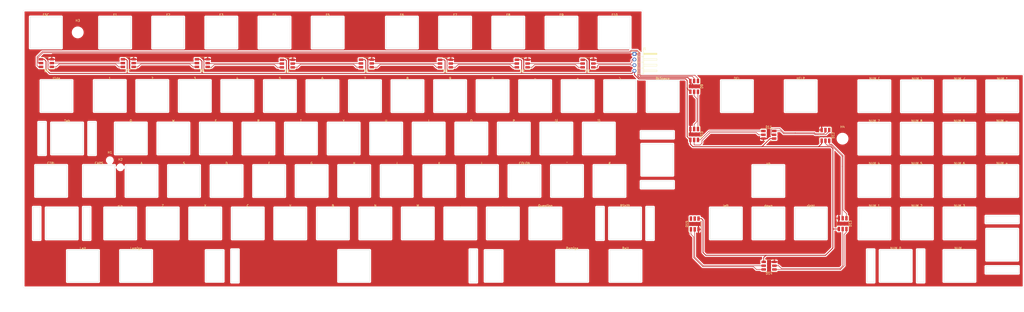
<source format=kicad_pcb>
(kicad_pcb (version 20171130) (host pcbnew "(5.1.6-0)")
  (layers (0 F.Cu signal) (31 B.Cu signal) (35 F.Paste user) (37 F.SilkS user) (39 F.Mask user) (44 Edge.Cuts user))
  (net 0 "")
  (net 1 "Net-(D1-Pad6)")
  (net 2 "Net-(D1-Pad5)")
  (net 3 "Net-(D2-Pad6)")
  (net 4 "Net-(D2-Pad5)")
  (net 5 "Net-(D3-Pad6)")
  (net 6 "Net-(D3-Pad5)")
  (net 7 "Net-(D4-Pad6)")
  (net 8 "Net-(D4-Pad5)")
  (net 9 "Net-(D5-Pad6)")
  (net 10 "Net-(D5-Pad5)")
  (net 11 "Net-(D6-Pad6)")
  (net 12 "Net-(D6-Pad5)")
  (net 13 "Net-(D7-Pad6)")
  (net 14 "Net-(D7-Pad5)")
  (net 15 "Net-(D8-Pad6)")
  (net 16 "Net-(D8-Pad5)")
  (net 17 "Net-(D10-Pad1)")
  (net 18 "Net-(D10-Pad2)")
  (net 19 "Net-(D10-Pad6)")
  (net 20 "Net-(D10-Pad5)")
  (net 21 "Net-(D11-Pad6)")
  (net 22 "Net-(D11-Pad5)")
  (net 23 "Net-(D12-Pad6)")
  (net 24 "Net-(D12-Pad5)")
  (net 25 /+5V)
  (net 26 /GND)
  (net 27 /CLK)
  (net 28 /DAT)
  (net 29 "Net-(D13-Pad6)")
  (net 30 "Net-(D13-Pad5)")
  (net 31 "Net-(D14-Pad6)")
  (net 32 "Net-(D14-Pad5)")
  (net 33 "Net-(D15-Pad6)")
  (net 34 "Net-(D15-Pad5)")
  (module MXMitsumi:MXMitsumi-2U-VerticalStabilizers-PlateCutout (layer F.Cu) (at 463.9818 341.4268)
    (fp_text reference MX96)
    (fp_text value NUM_ENTER hide)
    (fp_line (start -7.35 12.9) (end -7.35 9.7) (layer Edge.Cuts) (width 0.12))
    (fp_line (start 7.35 12.9) (end -7.35 12.9) (layer Edge.Cuts) (width 0.12))
    (fp_line (start 7.35 9.7) (end 7.35 12.9) (layer Edge.Cuts) (width 0.12))
    (fp_line (start -7.35 9.7) (end 7.35 9.7) (layer Edge.Cuts) (width 0.12))
    (fp_line (start 7.35 -9.7) (end -7.35 -9.7) (layer Edge.Cuts) (width 0.12))
    (fp_line (start 7.35 -12.9) (end 7.35 -9.7) (layer Edge.Cuts) (width 0.12))
    (fp_line (start -7.35 -12.9) (end 7.35 -12.9) (layer Edge.Cuts) (width 0.12))
    (fp_line (start -7.35 -9.7) (end -7.35 -12.9) (layer Edge.Cuts) (width 0.12))
    (fp_line (start -7.05 -7.05) (end 7.05 -7.05) (layer Edge.Cuts) (width 0.12))
    (fp_line (start 7.05 -7.05) (end 7.05 7.05) (layer Edge.Cuts) (width 0.12))
    (fp_line (start 7.05 7.05) (end -7.05 7.05) (layer Edge.Cuts) (width 0.12))
    (fp_line (start -7.05 7.05) (end -7.05 -7.05) (layer Edge.Cuts) (width 0.12))
  )
  (module MXMitsumi:MXMitsumi-ISO-PlateCutout (layer F.Cu) (at 309.4524 303.2976)
    (fp_text reference MX71)
    (fp_text value Return)
    (fp_line (start -7.05 -7.05) (end 7.05 -7.05) (layer Edge.Cuts) (width 0.12))
    (fp_line (start 7.05 -7.05) (end 7.05 7.05) (layer Edge.Cuts) (width 0.12))
    (fp_line (start 7.05 7.05) (end -7.05 7.05) (layer Edge.Cuts) (width 0.12))
    (fp_line (start -7.05 7.05) (end -7.05 -7.05) (layer Edge.Cuts) (width 0.12))
    (fp_line (start -7.35 12.8) (end -7.35 9.6) (layer Edge.Cuts) (width 0.12))
    (fp_line (start 7.35 12.8) (end -7.35 12.8) (layer Edge.Cuts) (width 0.12))
    (fp_line (start 7.35 9.6) (end 7.35 12.8) (layer Edge.Cuts) (width 0.12))
    (fp_line (start -7.35 9.6) (end 7.35 9.6) (layer Edge.Cuts) (width 0.12))
    (fp_line (start 7.35 -9.6) (end -7.35 -9.6) (layer Edge.Cuts) (width 0.12))
    (fp_line (start 7.35 -12.8) (end 7.35 -9.6) (layer Edge.Cuts) (width 0.12))
    (fp_line (start -7.35 -12.8) (end 7.35 -12.8) (layer Edge.Cuts) (width 0.12))
    (fp_line (start -7.35 -9.6) (end -7.35 -12.8) (layer Edge.Cuts) (width 0.12))
  )
  (module MXMitsumi:MXMitsumi-9U-PlateCutout (layer F.Cu) (at 173.609 350.9518)
    (fp_text reference MX33)
    (fp_text value Space)
    (fp_line (start -51.8 7.35) (end -51.8 -7.35) (layer Edge.Cuts) (width 0.12))
    (fp_line (start -55 7.35) (end -51.8 7.35) (layer Edge.Cuts) (width 0.12))
    (fp_line (start -55 -7.35) (end -55 7.35) (layer Edge.Cuts) (width 0.12))
    (fp_line (start -51.8 -7.35) (end -55 -7.35) (layer Edge.Cuts) (width 0.12))
    (fp_line (start 51.8 7.35) (end 51.8 -7.35) (layer Edge.Cuts) (width 0.12))
    (fp_line (start 55 7.35) (end 51.8 7.35) (layer Edge.Cuts) (width 0.12))
    (fp_line (start 55 -7.35) (end 55 7.35) (layer Edge.Cuts) (width 0.12))
    (fp_line (start 51.8 -7.35) (end 55 -7.35) (layer Edge.Cuts) (width 0.12))
    (fp_line (start 58.6 7) (end 58.6 -7) (layer Edge.Cuts) (width 0.12))
    (fp_line (start 66.4 7) (end 58.6 7) (layer Edge.Cuts) (width 0.12))
    (fp_line (start 66.4 -7) (end 66.4 7) (layer Edge.Cuts) (width 0.12))
    (fp_line (start 58.6 -7) (end 66.4 -7) (layer Edge.Cuts) (width 0.12))
    (fp_line (start -58.6 7) (end -58.6 -7) (layer Edge.Cuts) (width 0.12))
    (fp_line (start -66.4 7) (end -58.6 7) (layer Edge.Cuts) (width 0.12))
    (fp_line (start -66.4 -7) (end -66.4 7) (layer Edge.Cuts) (width 0.12))
    (fp_line (start -58.6 -7) (end -66.4 -7) (layer Edge.Cuts) (width 0.12))
    (fp_line (start -7.05 -7.05) (end 7.05 -7.05) (layer Edge.Cuts) (width 0.12))
    (fp_line (start 7.05 -7.05) (end 7.05 7.05) (layer Edge.Cuts) (width 0.12))
    (fp_line (start 7.05 7.05) (end -7.05 7.05) (layer Edge.Cuts) (width 0.12))
    (fp_line (start -7.05 7.05) (end -7.05 -7.05) (layer Edge.Cuts) (width 0.12))
  )
  (module MountingHole:MountingHole_4.3mm_M4 (layer F.Cu) (at 392.45 293.85)
    (fp_text reference H4 (at 0 -5.3) (layer F.SilkS))
    (fp_text value MountingHole)
    (pad 1 np_thru_hole circle (at 0 0) (size 4.3 4.3) (drill 4.3) (layers *.Cu *.Mask))
  )
  (module MountingHole:MountingHole_4.3mm_M4 (layer F.Cu) (at 49.75 246.15)
    (fp_text reference H3 (at 0 -5.3) (layer F.SilkS))
    (fp_text value MountingHole)
    (pad 1 np_thru_hole circle (at 0 0) (size 4.3 4.3) (drill 4.3) (layers *.Cu *.Mask))
  )
  (module LED_SMD:LED_RGB_5050-6 (layer F.Cu) (at 326.214 332.118 90)
    (fp_text reference D15 (at 0 -3.5 270) (layer F.SilkS))
    (fp_text value APA102)
    (pad 6 smd rect (at 2.4 -1.7 180) (size 1.1 2) (layers F.Cu F.Paste F.Mask) (net 33 "Net-(D15-Pad6)"))
    (pad 5 smd rect (at 2.4 0 180) (size 1.1 2) (layers F.Cu F.Paste F.Mask) (net 34 "Net-(D15-Pad5)"))
    (pad 4 smd rect (at 2.4 1.7 180) (size 1.1 2) (layers F.Cu F.Paste F.Mask) (net 25 /+5V))
    (pad 3 smd rect (at -2.4 1.7 180) (size 1.1 2) (layers F.Cu F.Paste F.Mask) (net 26 /GND))
    (pad 2 smd rect (at -2.4 0 180) (size 1.1 2) (layers F.Cu F.Paste F.Mask) (net 32 "Net-(D14-Pad5)"))
    (pad 1 smd rect (at -2.4 -1.7 180) (size 1.1 2) (layers F.Cu F.Paste F.Mask) (net 31 "Net-(D14-Pad6)"))
  )
  (module LED_SMD:LED_RGB_5050-6 (layer F.Cu) (at 359.524 350.852 180)
    (fp_text reference D14 (at 0 -3.5 180) (layer F.SilkS))
    (fp_text value APA102)
    (pad 6 smd rect (at 2.4 -1.7 270) (size 1.1 2) (layers F.Cu F.Paste F.Mask) (net 31 "Net-(D14-Pad6)"))
    (pad 5 smd rect (at 2.4 0 270) (size 1.1 2) (layers F.Cu F.Paste F.Mask) (net 32 "Net-(D14-Pad5)"))
    (pad 4 smd rect (at 2.4 1.7 270) (size 1.1 2) (layers F.Cu F.Paste F.Mask) (net 25 /+5V))
    (pad 3 smd rect (at -2.4 1.7 270) (size 1.1 2) (layers F.Cu F.Paste F.Mask) (net 26 /GND))
    (pad 2 smd rect (at -2.4 0 270) (size 1.1 2) (layers F.Cu F.Paste F.Mask) (net 30 "Net-(D13-Pad5)"))
    (pad 1 smd rect (at -2.4 -1.7 270) (size 1.1 2) (layers F.Cu F.Paste F.Mask) (net 29 "Net-(D13-Pad6)"))
  )
  (module LED_SMD:LED_RGB_5050-6 (layer F.Cu) (at 392.508 331.978 270)
    (fp_text reference D13 (at 0 -3.5 270) (layer F.SilkS))
    (fp_text value APA102)
    (pad 6 smd rect (at 2.4 -1.7) (size 1.1 2) (layers F.Cu F.Paste F.Mask) (net 29 "Net-(D13-Pad6)"))
    (pad 5 smd rect (at 2.4 0) (size 1.1 2) (layers F.Cu F.Paste F.Mask) (net 30 "Net-(D13-Pad5)"))
    (pad 4 smd rect (at 2.4 1.7) (size 1.1 2) (layers F.Cu F.Paste F.Mask) (net 25 /+5V))
    (pad 3 smd rect (at -2.4 1.7) (size 1.1 2) (layers F.Cu F.Paste F.Mask) (net 26 /GND))
    (pad 2 smd rect (at -2.4 0) (size 1.1 2) (layers F.Cu F.Paste F.Mask) (net 24 "Net-(D12-Pad5)"))
    (pad 1 smd rect (at -2.4 -1.7) (size 1.1 2) (layers F.Cu F.Paste F.Mask) (net 23 "Net-(D12-Pad6)"))
  )
  (module Connector_PinHeader_2.54mm:PinHeader_1x04_P2.54mm_Horizontal (layer F.Cu) (at 299.212 255.778)
    (fp_text reference J1 (at 4.385 -2.27) (layer F.SilkS))
    (fp_text value Conn_01x04)
    (pad 4 thru_hole oval (at 0 7.62) (size 1.7 1.7) (drill 1) (layers *.Cu *.Mask) (net 25 /+5V))
    (pad 3 thru_hole oval (at 0 5.08) (size 1.7 1.7) (drill 1) (layers *.Cu *.Mask) (net 28 /DAT))
    (pad 2 thru_hole oval (at 0 2.54) (size 1.7 1.7) (drill 1) (layers *.Cu *.Mask) (net 27 /CLK))
    (pad 1 thru_hole rect (at 0 0) (size 1.7 1.7) (drill 1) (layers *.Cu *.Mask) (net 26 /GND))
  )
  (module LED_SMD:LED_RGB_5050-6 (layer F.Cu) (at 384.8 292.35 270)
    (fp_text reference D12 (at 0 -3.5 270) (layer F.SilkS))
    (fp_text value APA102)
    (pad 6 smd rect (at 2.4 -1.7) (size 1.1 2) (layers F.Cu F.Paste F.Mask) (net 23 "Net-(D12-Pad6)"))
    (pad 5 smd rect (at 2.4 0) (size 1.1 2) (layers F.Cu F.Paste F.Mask) (net 24 "Net-(D12-Pad5)"))
    (pad 4 smd rect (at 2.4 1.7) (size 1.1 2) (layers F.Cu F.Paste F.Mask) (net 25 /+5V))
    (pad 3 smd rect (at -2.4 1.7) (size 1.1 2) (layers F.Cu F.Paste F.Mask) (net 26 /GND))
    (pad 2 smd rect (at -2.4 0) (size 1.1 2) (layers F.Cu F.Paste F.Mask) (net 22 "Net-(D11-Pad5)"))
    (pad 1 smd rect (at -2.4 -1.7) (size 1.1 2) (layers F.Cu F.Paste F.Mask) (net 21 "Net-(D11-Pad6)"))
  )
  (module LED_SMD:LED_RGB_5050-6 (layer F.Cu) (at 359.41 292.1)
    (fp_text reference D11 (at 0 -3.5 180) (layer F.SilkS))
    (fp_text value APA102)
    (pad 6 smd rect (at 2.4 -1.7 90) (size 1.1 2) (layers F.Cu F.Paste F.Mask) (net 21 "Net-(D11-Pad6)"))
    (pad 5 smd rect (at 2.4 0 90) (size 1.1 2) (layers F.Cu F.Paste F.Mask) (net 22 "Net-(D11-Pad5)"))
    (pad 4 smd rect (at 2.4 1.7 90) (size 1.1 2) (layers F.Cu F.Paste F.Mask) (net 25 /+5V))
    (pad 3 smd rect (at -2.4 1.7 90) (size 1.1 2) (layers F.Cu F.Paste F.Mask) (net 26 /GND))
    (pad 2 smd rect (at -2.4 0 90) (size 1.1 2) (layers F.Cu F.Paste F.Mask) (net 20 "Net-(D10-Pad5)"))
    (pad 1 smd rect (at -2.4 -1.7 90) (size 1.1 2) (layers F.Cu F.Paste F.Mask) (net 19 "Net-(D10-Pad6)"))
  )
  (module LED_SMD:LED_RGB_5050-6 (layer F.Cu) (at 325.96 291.96 270)
    (fp_text reference D10 (at 0 -3.5 270) (layer F.SilkS))
    (fp_text value APA102)
    (pad 6 smd rect (at 2.4 -1.7) (size 1.1 2) (layers F.Cu F.Paste F.Mask) (net 19 "Net-(D10-Pad6)"))
    (pad 5 smd rect (at 2.4 0) (size 1.1 2) (layers F.Cu F.Paste F.Mask) (net 20 "Net-(D10-Pad5)"))
    (pad 4 smd rect (at 2.4 1.7) (size 1.1 2) (layers F.Cu F.Paste F.Mask) (net 25 /+5V))
    (pad 3 smd rect (at -2.4 1.7) (size 1.1 2) (layers F.Cu F.Paste F.Mask) (net 26 /GND))
    (pad 2 smd rect (at -2.4 0) (size 1.1 2) (layers F.Cu F.Paste F.Mask) (net 18 "Net-(D10-Pad2)"))
    (pad 1 smd rect (at -2.4 -1.7) (size 1.1 2) (layers F.Cu F.Paste F.Mask) (net 17 "Net-(D10-Pad1)"))
  )
  (module LED_SMD:LED_RGB_5050-6 (layer F.Cu) (at 325.96 270.37 270)
    (fp_text reference D9 (at 0 -3.5 270) (layer F.SilkS))
    (fp_text value APA102)
    (pad 6 smd rect (at 2.4 -1.7) (size 1.1 2) (layers F.Cu F.Paste F.Mask) (net 17 "Net-(D10-Pad1)"))
    (pad 5 smd rect (at 2.4 0) (size 1.1 2) (layers F.Cu F.Paste F.Mask) (net 18 "Net-(D10-Pad2)"))
    (pad 4 smd rect (at 2.4 1.7) (size 1.1 2) (layers F.Cu F.Paste F.Mask) (net 25 /+5V))
    (pad 3 smd rect (at -2.4 1.7) (size 1.1 2) (layers F.Cu F.Paste F.Mask) (net 26 /GND))
    (pad 2 smd rect (at -2.4 0) (size 1.1 2) (layers F.Cu F.Paste F.Mask) (net 16 "Net-(D8-Pad5)"))
    (pad 1 smd rect (at -2.4 -1.7) (size 1.1 2) (layers F.Cu F.Paste F.Mask) (net 15 "Net-(D8-Pad6)"))
  )
  (module LED_SMD:LED_RGB_5050-6 (layer F.Cu) (at 35.7 259.92 180)
    (fp_text reference D8 (at 0 -3.5 180) (layer F.SilkS))
    (fp_text value APA102)
    (pad 6 smd rect (at 2.4 -1.7 270) (size 1.1 2) (layers F.Cu F.Paste F.Mask) (net 15 "Net-(D8-Pad6)"))
    (pad 5 smd rect (at 2.4 0 270) (size 1.1 2) (layers F.Cu F.Paste F.Mask) (net 16 "Net-(D8-Pad5)"))
    (pad 4 smd rect (at 2.4 1.7 270) (size 1.1 2) (layers F.Cu F.Paste F.Mask) (net 25 /+5V))
    (pad 3 smd rect (at -2.4 1.7 270) (size 1.1 2) (layers F.Cu F.Paste F.Mask) (net 26 /GND))
    (pad 2 smd rect (at -2.4 0 270) (size 1.1 2) (layers F.Cu F.Paste F.Mask) (net 14 "Net-(D7-Pad5)"))
    (pad 1 smd rect (at -2.4 -1.7 270) (size 1.1 2) (layers F.Cu F.Paste F.Mask) (net 13 "Net-(D7-Pad6)"))
  )
  (module LED_SMD:LED_RGB_5050-6 (layer F.Cu) (at 72.39 259.92 180)
    (fp_text reference D7 (at 0 -3.5 180) (layer F.SilkS))
    (fp_text value APA102)
    (pad 6 smd rect (at 2.4 -1.7 270) (size 1.1 2) (layers F.Cu F.Paste F.Mask) (net 13 "Net-(D7-Pad6)"))
    (pad 5 smd rect (at 2.4 0 270) (size 1.1 2) (layers F.Cu F.Paste F.Mask) (net 14 "Net-(D7-Pad5)"))
    (pad 4 smd rect (at 2.4 1.7 270) (size 1.1 2) (layers F.Cu F.Paste F.Mask) (net 25 /+5V))
    (pad 3 smd rect (at -2.4 1.7 270) (size 1.1 2) (layers F.Cu F.Paste F.Mask) (net 26 /GND))
    (pad 2 smd rect (at -2.4 0 270) (size 1.1 2) (layers F.Cu F.Paste F.Mask) (net 12 "Net-(D6-Pad5)"))
    (pad 1 smd rect (at -2.4 -1.7 270) (size 1.1 2) (layers F.Cu F.Paste F.Mask) (net 11 "Net-(D6-Pad6)"))
  )
  (module LED_SMD:LED_RGB_5050-6 (layer F.Cu) (at 105.55 259.92 180)
    (fp_text reference D6 (at 0 -3.5 180) (layer F.SilkS))
    (fp_text value APA102)
    (pad 6 smd rect (at 2.4 -1.7 270) (size 1.1 2) (layers F.Cu F.Paste F.Mask) (net 11 "Net-(D6-Pad6)"))
    (pad 5 smd rect (at 2.4 0 270) (size 1.1 2) (layers F.Cu F.Paste F.Mask) (net 12 "Net-(D6-Pad5)"))
    (pad 4 smd rect (at 2.4 1.7 270) (size 1.1 2) (layers F.Cu F.Paste F.Mask) (net 25 /+5V))
    (pad 3 smd rect (at -2.4 1.7 270) (size 1.1 2) (layers F.Cu F.Paste F.Mask) (net 26 /GND))
    (pad 2 smd rect (at -2.4 0 270) (size 1.1 2) (layers F.Cu F.Paste F.Mask) (net 10 "Net-(D5-Pad5)"))
    (pad 1 smd rect (at -2.4 -1.7 270) (size 1.1 2) (layers F.Cu F.Paste F.Mask) (net 9 "Net-(D5-Pad6)"))
  )
  (module LED_SMD:LED_RGB_5050-6 (layer F.Cu) (at 143.65 260.1468 180)
    (fp_text reference D5 (at 0 -3.5 180) (layer F.SilkS))
    (fp_text value APA102)
    (pad 6 smd rect (at 2.4 -1.7 270) (size 1.1 2) (layers F.Cu F.Paste F.Mask) (net 9 "Net-(D5-Pad6)"))
    (pad 5 smd rect (at 2.4 0 270) (size 1.1 2) (layers F.Cu F.Paste F.Mask) (net 10 "Net-(D5-Pad5)"))
    (pad 4 smd rect (at 2.4 1.7 270) (size 1.1 2) (layers F.Cu F.Paste F.Mask) (net 25 /+5V))
    (pad 3 smd rect (at -2.4 1.7 270) (size 1.1 2) (layers F.Cu F.Paste F.Mask) (net 26 /GND))
    (pad 2 smd rect (at -2.4 0 270) (size 1.1 2) (layers F.Cu F.Paste F.Mask) (net 8 "Net-(D4-Pad5)"))
    (pad 1 smd rect (at -2.4 -1.7 270) (size 1.1 2) (layers F.Cu F.Paste F.Mask) (net 7 "Net-(D4-Pad6)"))
  )
  (module LED_SMD:LED_RGB_5050-6 (layer F.Cu) (at 179.07 260.0724 180)
    (fp_text reference D4 (at 0 -3.5 180) (layer F.SilkS))
    (fp_text value APA102)
    (pad 6 smd rect (at 2.4 -1.7 270) (size 1.1 2) (layers F.Cu F.Paste F.Mask) (net 7 "Net-(D4-Pad6)"))
    (pad 5 smd rect (at 2.4 0 270) (size 1.1 2) (layers F.Cu F.Paste F.Mask) (net 8 "Net-(D4-Pad5)"))
    (pad 4 smd rect (at 2.4 1.7 270) (size 1.1 2) (layers F.Cu F.Paste F.Mask) (net 25 /+5V))
    (pad 3 smd rect (at -2.4 1.7 270) (size 1.1 2) (layers F.Cu F.Paste F.Mask) (net 26 /GND))
    (pad 2 smd rect (at -2.4 0 270) (size 1.1 2) (layers F.Cu F.Paste F.Mask) (net 6 "Net-(D3-Pad5)"))
    (pad 1 smd rect (at -2.4 -1.7 270) (size 1.1 2) (layers F.Cu F.Paste F.Mask) (net 5 "Net-(D3-Pad6)"))
  )
  (module LED_SMD:LED_RGB_5050-6 (layer F.Cu) (at 214.49 260.1196 180)
    (fp_text reference D3 (at 0 -3.5 180) (layer F.SilkS))
    (fp_text value APA102)
    (pad 6 smd rect (at 2.4 -1.7 270) (size 1.1 2) (layers F.Cu F.Paste F.Mask) (net 5 "Net-(D3-Pad6)"))
    (pad 5 smd rect (at 2.4 0 270) (size 1.1 2) (layers F.Cu F.Paste F.Mask) (net 6 "Net-(D3-Pad5)"))
    (pad 4 smd rect (at 2.4 1.7 270) (size 1.1 2) (layers F.Cu F.Paste F.Mask) (net 25 /+5V))
    (pad 3 smd rect (at -2.4 1.7 270) (size 1.1 2) (layers F.Cu F.Paste F.Mask) (net 26 /GND))
    (pad 2 smd rect (at -2.4 0 270) (size 1.1 2) (layers F.Cu F.Paste F.Mask) (net 4 "Net-(D2-Pad5)"))
    (pad 1 smd rect (at -2.4 -1.7 270) (size 1.1 2) (layers F.Cu F.Paste F.Mask) (net 3 "Net-(D2-Pad6)"))
  )
  (module LED_SMD:LED_RGB_5050-6 (layer F.Cu) (at 248.92 260.1232 180)
    (fp_text reference D2 (at 0 -3.5 180) (layer F.SilkS))
    (fp_text value APA102)
    (pad 6 smd rect (at 2.4 -1.7 270) (size 1.1 2) (layers F.Cu F.Paste F.Mask) (net 3 "Net-(D2-Pad6)"))
    (pad 5 smd rect (at 2.4 0 270) (size 1.1 2) (layers F.Cu F.Paste F.Mask) (net 4 "Net-(D2-Pad5)"))
    (pad 4 smd rect (at 2.4 1.7 270) (size 1.1 2) (layers F.Cu F.Paste F.Mask) (net 25 /+5V))
    (pad 3 smd rect (at -2.4 1.7 270) (size 1.1 2) (layers F.Cu F.Paste F.Mask) (net 26 /GND))
    (pad 2 smd rect (at -2.4 0 270) (size 1.1 2) (layers F.Cu F.Paste F.Mask) (net 2 "Net-(D1-Pad5)"))
    (pad 1 smd rect (at -2.4 -1.7 270) (size 1.1 2) (layers F.Cu F.Paste F.Mask) (net 1 "Net-(D1-Pad6)"))
  )
  (module LED_SMD:LED_RGB_5050-6 (layer F.Cu) (at 278.3964 260.1196 180)
    (fp_text reference D1 (at 0 -3.5 180) (layer F.SilkS))
    (fp_text value APA102)
    (pad 6 smd rect (at 2.4 -1.7 270) (size 1.1 2) (layers F.Cu F.Paste F.Mask) (net 1 "Net-(D1-Pad6)"))
    (pad 5 smd rect (at 2.4 0 270) (size 1.1 2) (layers F.Cu F.Paste F.Mask) (net 2 "Net-(D1-Pad5)"))
    (pad 4 smd rect (at 2.4 1.7 270) (size 1.1 2) (layers F.Cu F.Paste F.Mask) (net 25 /+5V))
    (pad 3 smd rect (at -2.4 1.7 270) (size 1.1 2) (layers F.Cu F.Paste F.Mask) (net 26 /GND))
    (pad 2 smd rect (at -2.4 0 270) (size 1.1 2) (layers F.Cu F.Paste F.Mask) (net 27 /CLK))
    (pad 1 smd rect (at -2.4 -1.7 270) (size 1.1 2) (layers F.Cu F.Paste F.Mask) (net 28 /DAT))
  )
  (module MountingHole:MountingHole_2.5mm (layer F.Cu) (at 68.834 306.705)
    (fp_text reference H2 (at 0 -3.5) (layer F.SilkS))
    (fp_text value MountingHole)
    (pad 1 np_thru_hole circle (at 0 0) (size 2.5 2.5) (drill 2.5) (layers *.Cu *.Mask))
  )
  (module MountingHole:MountingHole_2.5mm (layer F.Cu) (at 64.135 303.53)
    (fp_text reference H1 (at 0 -3.5) (layer F.SilkS))
    (fp_text value MountingHole)
    (pad 1 np_thru_hole circle (at 0 0) (size 2.5 2.5) (drill 2.5) (layers *.Cu *.Mask))
  )
  (module MXMitsumi:MXMitsumi-2.75U-PlateCutout (layer F.Cu) (at 294.9956 331.8764)
    (fp_text reference MX68)
    (fp_text value RShift (at 0 -7.9375) (layer F.SilkS))
    (fp_line (start -7.05 -7.05) (end 7.05 -7.05) (layer Edge.Cuts) (width 0.12))
    (fp_line (start 7.05 -7.05) (end 7.05 7.05) (layer Edge.Cuts) (width 0.12))
    (fp_line (start 7.05 7.05) (end -7.05 7.05) (layer Edge.Cuts) (width 0.12))
    (fp_line (start -7.05 7.05) (end -7.05 -7.05) (layer Edge.Cuts) (width 0.12))
    (fp_line (start -9.6 7.35) (end -9.6 -7.35) (layer Edge.Cuts) (width 0.12))
    (fp_line (start -12.8 7.35) (end -9.6 7.35) (layer Edge.Cuts) (width 0.12))
    (fp_line (start -12.8 -7.35) (end -12.8 7.35) (layer Edge.Cuts) (width 0.12))
    (fp_line (start -9.6 -7.35) (end -12.8 -7.35) (layer Edge.Cuts) (width 0.12))
    (fp_line (start 9.6 7.35) (end 9.6 -7.35) (layer Edge.Cuts) (width 0.12))
    (fp_line (start 12.8 7.35) (end 9.6 7.35) (layer Edge.Cuts) (width 0.12))
    (fp_line (start 12.8 -7.35) (end 12.8 7.35) (layer Edge.Cuts) (width 0.12))
    (fp_line (start 9.6 -7.35) (end 12.8 -7.35) (layer Edge.Cuts) (width 0.12))
  )
  (module MXMitsumi:MXMitsumi-1.75U-PlateCutout (layer F.Cu) (at 42.5704 331.8764)
    (fp_text reference MX5)
    (fp_text value LShift)
    (fp_line (start -9.6 7.35) (end -9.6 -7.35) (layer Edge.Cuts) (width 0.12))
    (fp_line (start -12.8 7.35) (end -9.6 7.35) (layer Edge.Cuts) (width 0.12))
    (fp_line (start -12.8 -7.35) (end -12.8 7.35) (layer Edge.Cuts) (width 0.12))
    (fp_line (start -9.6 -7.35) (end -12.8 -7.35) (layer Edge.Cuts) (width 0.12))
    (fp_line (start 9.6 7.35) (end 9.6 -7.35) (layer Edge.Cuts) (width 0.12))
    (fp_line (start 12.8 7.35) (end 9.6 7.35) (layer Edge.Cuts) (width 0.12))
    (fp_line (start 12.8 -7.35) (end 12.8 7.35) (layer Edge.Cuts) (width 0.12))
    (fp_line (start 9.6 -7.35) (end 12.8 -7.35) (layer Edge.Cuts) (width 0.12))
    (fp_line (start -7.05 -7.05) (end 7.05 -7.05) (layer Edge.Cuts) (width 0.12))
    (fp_line (start 7.05 -7.05) (end 7.05 7.05) (layer Edge.Cuts) (width 0.12))
    (fp_line (start 7.05 7.05) (end -7.05 7.05) (layer Edge.Cuts) (width 0.12))
    (fp_line (start -7.05 7.05) (end -7.05 -7.05) (layer Edge.Cuts) (width 0.12))
  )
  (module MXMitsumi:MXMitsumi-1.5U-PlateCutout (layer F.Cu) (at 373.7144 274.748)
    (fp_text reference MX77)
    (fp_text value HELP (at 0 -7.9375) (layer F.SilkS))
    (fp_line (start -7.05 -7.05) (end 7.05 -7.05) (layer Edge.Cuts) (width 0.12))
    (fp_line (start 7.05 -7.05) (end 7.05 7.05) (layer Edge.Cuts) (width 0.12))
    (fp_line (start 7.05 7.05) (end -7.05 7.05) (layer Edge.Cuts) (width 0.12))
    (fp_line (start -7.05 7.05) (end -7.05 -7.05) (layer Edge.Cuts) (width 0.12))
  )
  (module MXMitsumi:MXMitsumi-1.5U-PlateCutout (layer F.Cu) (at 345.114 274.748)
    (fp_text reference MX73)
    (fp_text value DEL (at 0 -7.9375) (layer F.SilkS))
    (fp_line (start -7.05 -7.05) (end 7.05 -7.05) (layer Edge.Cuts) (width 0.12))
    (fp_line (start 7.05 -7.05) (end 7.05 7.05) (layer Edge.Cuts) (width 0.12))
    (fp_line (start 7.05 7.05) (end -7.05 7.05) (layer Edge.Cuts) (width 0.12))
    (fp_line (start -7.05 7.05) (end -7.05 -7.05) (layer Edge.Cuts) (width 0.12))
  )
  (module MXMitsumi:MXMitsumi-1.5U-PlateCutout (layer F.Cu) (at 40.2336 274.701)
    (fp_text reference MX2)
    (fp_text value tilde (at 0 -7.9375) (layer F.SilkS))
    (fp_line (start -7.05 -7.05) (end 7.05 -7.05) (layer Edge.Cuts) (width 0.12))
    (fp_line (start 7.05 -7.05) (end 7.05 7.05) (layer Edge.Cuts) (width 0.12))
    (fp_line (start 7.05 7.05) (end -7.05 7.05) (layer Edge.Cuts) (width 0.12))
    (fp_line (start -7.05 7.05) (end -7.05 -7.05) (layer Edge.Cuts) (width 0.12))
  )
  (module MXMitsumi:MXMitsumi-2U-PlateCutout (layer F.Cu) (at 44.97705 293.751)
    (fp_text reference MX3)
    (fp_text value Tab (at 0 -7.9375) (layer F.SilkS))
    (fp_line (start -9.6 7.35) (end -9.6 -7.35) (layer Edge.Cuts) (width 0.12))
    (fp_line (start -12.8 7.35) (end -9.6 7.35) (layer Edge.Cuts) (width 0.12))
    (fp_line (start -12.8 -7.35) (end -12.8 7.35) (layer Edge.Cuts) (width 0.12))
    (fp_line (start -9.6 -7.35) (end -12.8 -7.35) (layer Edge.Cuts) (width 0.12))
    (fp_line (start 9.6 7.35) (end 9.6 -7.35) (layer Edge.Cuts) (width 0.12))
    (fp_line (start 12.8 7.35) (end 9.6 7.35) (layer Edge.Cuts) (width 0.12))
    (fp_line (start 12.8 -7.35) (end 12.8 7.35) (layer Edge.Cuts) (width 0.12))
    (fp_line (start 9.6 -7.35) (end 12.8 -7.35) (layer Edge.Cuts) (width 0.12))
    (fp_line (start -7.05 -7.05) (end 7.05 -7.05) (layer Edge.Cuts) (width 0.12))
    (fp_line (start 7.05 -7.05) (end 7.05 7.05) (layer Edge.Cuts) (width 0.12))
    (fp_line (start 7.05 7.05) (end -7.05 7.05) (layer Edge.Cuts) (width 0.12))
    (fp_line (start -7.05 7.05) (end -7.05 -7.05) (layer Edge.Cuts) (width 0.12))
  )
  (module MXMitsumi:MXMitsumi-1.25U-PlateCutout (layer F.Cu) (at 295.1776 350.948)
    (fp_text reference MX64)
    (fp_text value Ralt (at 0 -7.9375) (layer F.SilkS))
    (fp_line (start -7.05 -7.05) (end 7.05 -7.05) (layer Edge.Cuts) (width 0.12))
    (fp_line (start 7.05 -7.05) (end 7.05 7.05) (layer Edge.Cuts) (width 0.12))
    (fp_line (start 7.05 7.05) (end -7.05 7.05) (layer Edge.Cuts) (width 0.12))
    (fp_line (start -7.05 7.05) (end -7.05 -7.05) (layer Edge.Cuts) (width 0.12))
  )
  (module MXMitsumi:MXMitsumi-1.25U-PlateCutout (layer F.Cu) (at 271.3016 350.948)
    (fp_text reference MX59)
    (fp_text value Ramiga (at 0 -7.9375) (layer F.SilkS))
    (fp_line (start -7.05 -7.05) (end 7.05 -7.05) (layer Edge.Cuts) (width 0.12))
    (fp_line (start 7.05 -7.05) (end 7.05 7.05) (layer Edge.Cuts) (width 0.12))
    (fp_line (start 7.05 7.05) (end -7.05 7.05) (layer Edge.Cuts) (width 0.12))
    (fp_line (start -7.05 7.05) (end -7.05 -7.05) (layer Edge.Cuts) (width 0.12))
  )
  (module MXMitsumi:MXMitsumi-1.25U-PlateCutout (layer F.Cu) (at 290.322 246.2276)
    (fp_text reference MX54)
    (fp_text value F10 (at 0 -7.9375) (layer F.SilkS))
    (fp_line (start -7.05 -7.05) (end 7.05 -7.05) (layer Edge.Cuts) (width 0.12))
    (fp_line (start 7.05 -7.05) (end 7.05 7.05) (layer Edge.Cuts) (width 0.12))
    (fp_line (start 7.05 7.05) (end -7.05 7.05) (layer Edge.Cuts) (width 0.12))
    (fp_line (start -7.05 7.05) (end -7.05 -7.05) (layer Edge.Cuts) (width 0.12))
  )
  (module MXMitsumi:MXMitsumi-1.25U-PlateCutout (layer F.Cu) (at 266.518 246.2492)
    (fp_text reference MX49)
    (fp_text value F9 (at 0 -7.9375) (layer F.SilkS))
    (fp_line (start -7.05 -7.05) (end 7.05 -7.05) (layer Edge.Cuts) (width 0.12))
    (fp_line (start 7.05 -7.05) (end 7.05 7.05) (layer Edge.Cuts) (width 0.12))
    (fp_line (start 7.05 7.05) (end -7.05 7.05) (layer Edge.Cuts) (width 0.12))
    (fp_line (start -7.05 7.05) (end -7.05 -7.05) (layer Edge.Cuts) (width 0.12))
  )
  (module MXMitsumi:MXMitsumi-1.25U-PlateCutout (layer F.Cu) (at 242.6716 246.2276)
    (fp_text reference MX44)
    (fp_text value F8 (at 0 -7.9375) (layer F.SilkS))
    (fp_line (start -7.05 -7.05) (end 7.05 -7.05) (layer Edge.Cuts) (width 0.12))
    (fp_line (start 7.05 -7.05) (end 7.05 7.05) (layer Edge.Cuts) (width 0.12))
    (fp_line (start 7.05 7.05) (end -7.05 7.05) (layer Edge.Cuts) (width 0.12))
    (fp_line (start -7.05 7.05) (end -7.05 -7.05) (layer Edge.Cuts) (width 0.12))
  )
  (module MXMitsumi:MXMitsumi-1.25U-PlateCutout (layer F.Cu) (at 218.8464 246.2276)
    (fp_text reference MX39)
    (fp_text value F7 (at 0 -7.9375) (layer F.SilkS))
    (fp_line (start -7.05 -7.05) (end 7.05 -7.05) (layer Edge.Cuts) (width 0.12))
    (fp_line (start 7.05 -7.05) (end 7.05 7.05) (layer Edge.Cuts) (width 0.12))
    (fp_line (start 7.05 7.05) (end -7.05 7.05) (layer Edge.Cuts) (width 0.12))
    (fp_line (start -7.05 7.05) (end -7.05 -7.05) (layer Edge.Cuts) (width 0.12))
  )
  (module MXMitsumi:MXMitsumi-1.25U-PlateCutout (layer F.Cu) (at 195.0212 246.2276)
    (fp_text reference MX34)
    (fp_text value F6 (at 0 -7.9375) (layer F.SilkS))
    (fp_line (start -7.05 -7.05) (end 7.05 -7.05) (layer Edge.Cuts) (width 0.12))
    (fp_line (start 7.05 -7.05) (end 7.05 7.05) (layer Edge.Cuts) (width 0.12))
    (fp_line (start 7.05 7.05) (end -7.05 7.05) (layer Edge.Cuts) (width 0.12))
    (fp_line (start -7.05 7.05) (end -7.05 -7.05) (layer Edge.Cuts) (width 0.12))
  )
  (module MXMitsumi:MXMitsumi-1.25U-PlateCutout (layer F.Cu) (at 161.7472 246.2276)
    (fp_text reference MX28)
    (fp_text value F5 (at 0 -7.9375) (layer F.SilkS))
    (fp_line (start -7.05 -7.05) (end 7.05 -7.05) (layer Edge.Cuts) (width 0.12))
    (fp_line (start 7.05 -7.05) (end 7.05 7.05) (layer Edge.Cuts) (width 0.12))
    (fp_line (start 7.05 7.05) (end -7.05 7.05) (layer Edge.Cuts) (width 0.12))
    (fp_line (start -7.05 7.05) (end -7.05 -7.05) (layer Edge.Cuts) (width 0.12))
  )
  (module MXMitsumi:MXMitsumi-1.25U-PlateCutout (layer F.Cu) (at 137.922 246.2276)
    (fp_text reference MX23)
    (fp_text value F4 (at 0 -7.9375) (layer F.SilkS))
    (fp_line (start -7.05 -7.05) (end 7.05 -7.05) (layer Edge.Cuts) (width 0.12))
    (fp_line (start 7.05 -7.05) (end 7.05 7.05) (layer Edge.Cuts) (width 0.12))
    (fp_line (start 7.05 7.05) (end -7.05 7.05) (layer Edge.Cuts) (width 0.12))
    (fp_line (start -7.05 7.05) (end -7.05 -7.05) (layer Edge.Cuts) (width 0.12))
  )
  (module MXMitsumi:MXMitsumi-1.25U-PlateCutout (layer F.Cu) (at 114.0968 246.2276)
    (fp_text reference MX18)
    (fp_text value F3 (at 0 -7.9375) (layer F.SilkS))
    (fp_line (start -7.05 -7.05) (end 7.05 -7.05) (layer Edge.Cuts) (width 0.12))
    (fp_line (start 7.05 -7.05) (end 7.05 7.05) (layer Edge.Cuts) (width 0.12))
    (fp_line (start 7.05 7.05) (end -7.05 7.05) (layer Edge.Cuts) (width 0.12))
    (fp_line (start -7.05 7.05) (end -7.05 -7.05) (layer Edge.Cuts) (width 0.12))
  )
  (module MXMitsumi:MXMitsumi-1.25U-PlateCutout (layer F.Cu) (at 90.2716 246.2276)
    (fp_text reference MX13)
    (fp_text value F2 (at 0 -7.9375) (layer F.SilkS))
    (fp_line (start -7.05 -7.05) (end 7.05 -7.05) (layer Edge.Cuts) (width 0.12))
    (fp_line (start 7.05 -7.05) (end 7.05 7.05) (layer Edge.Cuts) (width 0.12))
    (fp_line (start 7.05 7.05) (end -7.05 7.05) (layer Edge.Cuts) (width 0.12))
    (fp_line (start -7.05 7.05) (end -7.05 -7.05) (layer Edge.Cuts) (width 0.12))
  )
  (module MXMitsumi:MXMitsumi-1.25U-PlateCutout (layer F.Cu) (at 75.8952 350.9772)
    (fp_text reference MX12)
    (fp_text value Lamiga (at 0 -7.9375) (layer F.SilkS))
    (fp_line (start -7.05 -7.05) (end 7.05 -7.05) (layer Edge.Cuts) (width 0.12))
    (fp_line (start 7.05 -7.05) (end 7.05 7.05) (layer Edge.Cuts) (width 0.12))
    (fp_line (start 7.05 7.05) (end -7.05 7.05) (layer Edge.Cuts) (width 0.12))
    (fp_line (start -7.05 7.05) (end -7.05 -7.05) (layer Edge.Cuts) (width 0.12))
  )
  (module MXMitsumi:MXMitsumi-1.25U-PlateCutout (layer F.Cu) (at 66.4972 246.2276)
    (fp_text reference MX7)
    (fp_text value F1 (at 0 -7.9375) (layer F.SilkS))
    (fp_line (start -7.05 -7.05) (end 7.05 -7.05) (layer Edge.Cuts) (width 0.12))
    (fp_line (start 7.05 -7.05) (end 7.05 7.05) (layer Edge.Cuts) (width 0.12))
    (fp_line (start 7.05 7.05) (end -7.05 7.05) (layer Edge.Cuts) (width 0.12))
    (fp_line (start -7.05 7.05) (end -7.05 -7.05) (layer Edge.Cuts) (width 0.12))
  )
  (module MXMitsumi:MXMitsumi-1.25U-PlateCutout (layer F.Cu) (at 52.0912 350.9988)
    (fp_text reference MX6)
    (fp_text value Lalt (at 0 -7.9375) (layer F.SilkS))
    (fp_line (start -7.05 -7.05) (end 7.05 -7.05) (layer Edge.Cuts) (width 0.12))
    (fp_line (start 7.05 -7.05) (end 7.05 7.05) (layer Edge.Cuts) (width 0.12))
    (fp_line (start 7.05 7.05) (end -7.05 7.05) (layer Edge.Cuts) (width 0.12))
    (fp_line (start -7.05 7.05) (end -7.05 -7.05) (layer Edge.Cuts) (width 0.12))
  )
  (module MXMitsumi:MXMitsumi-1.25U-PlateCutout (layer F.Cu) (at 37.8248 312.7972)
    (fp_text reference MX4)
    (fp_text value CTRL (at 0 -7.9375) (layer F.SilkS))
    (fp_line (start -7.05 -7.05) (end 7.05 -7.05) (layer Edge.Cuts) (width 0.12))
    (fp_line (start 7.05 -7.05) (end 7.05 7.05) (layer Edge.Cuts) (width 0.12))
    (fp_line (start 7.05 7.05) (end -7.05 7.05) (layer Edge.Cuts) (width 0.12))
    (fp_line (start -7.05 7.05) (end -7.05 -7.05) (layer Edge.Cuts) (width 0.12))
  )
  (module MXMitsumi:MXMitsumi-2U-PlateCutout (layer F.Cu) (at 416.27425 350.9518)
    (fp_text reference MX83)
    (fp_text value NUM_0 (at 0 -7.9375) (layer F.SilkS))
    (fp_line (start -9.6 7.35) (end -9.6 -7.35) (layer Edge.Cuts) (width 0.12))
    (fp_line (start -12.8 7.35) (end -9.6 7.35) (layer Edge.Cuts) (width 0.12))
    (fp_line (start -12.8 -7.35) (end -12.8 7.35) (layer Edge.Cuts) (width 0.12))
    (fp_line (start -9.6 -7.35) (end -12.8 -7.35) (layer Edge.Cuts) (width 0.12))
    (fp_line (start 9.6 7.35) (end 9.6 -7.35) (layer Edge.Cuts) (width 0.12))
    (fp_line (start 12.8 7.35) (end 9.6 7.35) (layer Edge.Cuts) (width 0.12))
    (fp_line (start 12.8 -7.35) (end 12.8 7.35) (layer Edge.Cuts) (width 0.12))
    (fp_line (start 9.6 -7.35) (end 12.8 -7.35) (layer Edge.Cuts) (width 0.12))
    (fp_line (start -7.05 -7.05) (end 7.05 -7.05) (layer Edge.Cuts) (width 0.12))
    (fp_line (start 7.05 -7.05) (end 7.05 7.05) (layer Edge.Cuts) (width 0.12))
    (fp_line (start 7.05 7.05) (end -7.05 7.05) (layer Edge.Cuts) (width 0.12))
    (fp_line (start -7.05 7.05) (end -7.05 -7.05) (layer Edge.Cuts) (width 0.12))
  )
  (module MXMitsumi:MXMitsumi-1U-PlateCutout (layer F.Cu) (at 464.0072 312.8264)
    (fp_text reference MX95)
    (fp_text value NUM_+ (at 0 -7.9375) (layer F.SilkS))
    (fp_line (start -7.05 -7.05) (end 7.05 -7.05) (layer Edge.Cuts) (width 0.12))
    (fp_line (start 7.05 -7.05) (end 7.05 7.05) (layer Edge.Cuts) (width 0.12))
    (fp_line (start 7.05 7.05) (end -7.05 7.05) (layer Edge.Cuts) (width 0.12))
    (fp_line (start -7.05 7.05) (end -7.05 -7.05) (layer Edge.Cuts) (width 0.12))
  )
  (module MXMitsumi:MXMitsumi-1U-PlateCutout (layer F.Cu) (at 464.0072 293.7764)
    (fp_text reference MX94)
    (fp_text value NUM_- (at 0 -7.9375) (layer F.SilkS))
    (fp_line (start -7.05 -7.05) (end 7.05 -7.05) (layer Edge.Cuts) (width 0.12))
    (fp_line (start 7.05 -7.05) (end 7.05 7.05) (layer Edge.Cuts) (width 0.12))
    (fp_line (start 7.05 7.05) (end -7.05 7.05) (layer Edge.Cuts) (width 0.12))
    (fp_line (start -7.05 7.05) (end -7.05 -7.05) (layer Edge.Cuts) (width 0.12))
  )
  (module MXMitsumi:MXMitsumi-1U-PlateCutout (layer F.Cu) (at 464.0072 274.828)
    (fp_text reference MX93)
    (fp_text value NUM_* (at 0 -7.9375) (layer F.SilkS))
    (fp_line (start -7.05 -7.05) (end 7.05 -7.05) (layer Edge.Cuts) (width 0.12))
    (fp_line (start 7.05 -7.05) (end 7.05 7.05) (layer Edge.Cuts) (width 0.12))
    (fp_line (start 7.05 7.05) (end -7.05 7.05) (layer Edge.Cuts) (width 0.12))
    (fp_line (start -7.05 7.05) (end -7.05 -7.05) (layer Edge.Cuts) (width 0.12))
  )
  (module MXMitsumi:MXMitsumi-1U-PlateCutout (layer F.Cu) (at 444.8344 350.948)
    (fp_text reference MX92)
    (fp_text value NUM_. (at 0 -7.9375) (layer F.SilkS))
    (fp_line (start -7.05 -7.05) (end 7.05 -7.05) (layer Edge.Cuts) (width 0.12))
    (fp_line (start 7.05 -7.05) (end 7.05 7.05) (layer Edge.Cuts) (width 0.12))
    (fp_line (start 7.05 7.05) (end -7.05 7.05) (layer Edge.Cuts) (width 0.12))
    (fp_line (start -7.05 7.05) (end -7.05 -7.05) (layer Edge.Cuts) (width 0.12))
  )
  (module MXMitsumi:MXMitsumi-1U-PlateCutout (layer F.Cu) (at 444.8556 331.8764)
    (fp_text reference MX91)
    (fp_text value NUM_3 (at 0 -7.9375) (layer F.SilkS))
    (fp_line (start -7.05 -7.05) (end 7.05 -7.05) (layer Edge.Cuts) (width 0.12))
    (fp_line (start 7.05 -7.05) (end 7.05 7.05) (layer Edge.Cuts) (width 0.12))
    (fp_line (start 7.05 7.05) (end -7.05 7.05) (layer Edge.Cuts) (width 0.12))
    (fp_line (start -7.05 7.05) (end -7.05 -7.05) (layer Edge.Cuts) (width 0.12))
  )
  (module MXMitsumi:MXMitsumi-1U-PlateCutout (layer F.Cu) (at 444.8556 312.8772)
    (fp_text reference MX90)
    (fp_text value NUM_6 (at 0 -7.9375) (layer F.SilkS))
    (fp_line (start -7.05 -7.05) (end 7.05 -7.05) (layer Edge.Cuts) (width 0.12))
    (fp_line (start 7.05 -7.05) (end 7.05 7.05) (layer Edge.Cuts) (width 0.12))
    (fp_line (start 7.05 7.05) (end -7.05 7.05) (layer Edge.Cuts) (width 0.12))
    (fp_line (start -7.05 7.05) (end -7.05 -7.05) (layer Edge.Cuts) (width 0.12))
  )
  (module MXMitsumi:MXMitsumi-1U-PlateCutout (layer F.Cu) (at 444.8048 293.8272)
    (fp_text reference MX89)
    (fp_text value NUM_9 (at 0 -7.9375) (layer F.SilkS))
    (fp_line (start -7.05 -7.05) (end 7.05 -7.05) (layer Edge.Cuts) (width 0.12))
    (fp_line (start 7.05 -7.05) (end 7.05 7.05) (layer Edge.Cuts) (width 0.12))
    (fp_line (start 7.05 7.05) (end -7.05 7.05) (layer Edge.Cuts) (width 0.12))
    (fp_line (start -7.05 7.05) (end -7.05 -7.05) (layer Edge.Cuts) (width 0.12))
  )
  (module MXMitsumi:MXMitsumi-1U-PlateCutout (layer F.Cu) (at 444.9064 274.828)
    (fp_text reference MX88)
    (fp_text value NUM_/ (at 0 -7.9375) (layer F.SilkS))
    (fp_line (start -7.05 -7.05) (end 7.05 -7.05) (layer Edge.Cuts) (width 0.12))
    (fp_line (start 7.05 -7.05) (end 7.05 7.05) (layer Edge.Cuts) (width 0.12))
    (fp_line (start 7.05 7.05) (end -7.05 7.05) (layer Edge.Cuts) (width 0.12))
    (fp_line (start -7.05 7.05) (end -7.05 -7.05) (layer Edge.Cuts) (width 0.12))
  )
  (module MXMitsumi:MXMitsumi-1U-PlateCutout (layer F.Cu) (at 425.7844 331.898)
    (fp_text reference MX87)
    (fp_text value NUM_2 (at 0 -7.9375) (layer F.SilkS))
    (fp_line (start -7.05 -7.05) (end 7.05 -7.05) (layer Edge.Cuts) (width 0.12))
    (fp_line (start 7.05 -7.05) (end 7.05 7.05) (layer Edge.Cuts) (width 0.12))
    (fp_line (start 7.05 7.05) (end -7.05 7.05) (layer Edge.Cuts) (width 0.12))
    (fp_line (start -7.05 7.05) (end -7.05 -7.05) (layer Edge.Cuts) (width 0.12))
  )
  (module MXMitsumi:MXMitsumi-1U-PlateCutout (layer F.Cu) (at 425.7548 312.8772)
    (fp_text reference MX86)
    (fp_text value NUM_5 (at 0 -7.9375) (layer F.SilkS))
    (fp_line (start -7.05 -7.05) (end 7.05 -7.05) (layer Edge.Cuts) (width 0.12))
    (fp_line (start 7.05 -7.05) (end 7.05 7.05) (layer Edge.Cuts) (width 0.12))
    (fp_line (start 7.05 7.05) (end -7.05 7.05) (layer Edge.Cuts) (width 0.12))
    (fp_line (start -7.05 7.05) (end -7.05 -7.05) (layer Edge.Cuts) (width 0.12))
  )
  (module MXMitsumi:MXMitsumi-1U-PlateCutout (layer F.Cu) (at 425.7548 293.8272)
    (fp_text reference MX85)
    (fp_text value NUM_8 (at 0 -7.9375) (layer F.SilkS))
    (fp_line (start -7.05 -7.05) (end 7.05 -7.05) (layer Edge.Cuts) (width 0.12))
    (fp_line (start 7.05 -7.05) (end 7.05 7.05) (layer Edge.Cuts) (width 0.12))
    (fp_line (start 7.05 7.05) (end -7.05 7.05) (layer Edge.Cuts) (width 0.12))
    (fp_line (start -7.05 7.05) (end -7.05 -7.05) (layer Edge.Cuts) (width 0.12))
  )
  (module MXMitsumi:MXMitsumi-1U-PlateCutout (layer F.Cu) (at 425.8056 274.828)
    (fp_text reference MX84)
    (fp_text value "NUM_)" (at 0 -7.9375) (layer F.SilkS))
    (fp_line (start -7.05 -7.05) (end 7.05 -7.05) (layer Edge.Cuts) (width 0.12))
    (fp_line (start 7.05 -7.05) (end 7.05 7.05) (layer Edge.Cuts) (width 0.12))
    (fp_line (start 7.05 7.05) (end -7.05 7.05) (layer Edge.Cuts) (width 0.12))
    (fp_line (start -7.05 7.05) (end -7.05 -7.05) (layer Edge.Cuts) (width 0.12))
  )
  (module MXMitsumi:MXMitsumi-1U-PlateCutout (layer F.Cu) (at 406.7344 331.898)
    (fp_text reference MX82)
    (fp_text value NUM_1 (at 0 -7.9375) (layer F.SilkS))
    (fp_line (start -7.05 -7.05) (end 7.05 -7.05) (layer Edge.Cuts) (width 0.12))
    (fp_line (start 7.05 -7.05) (end 7.05 7.05) (layer Edge.Cuts) (width 0.12))
    (fp_line (start 7.05 7.05) (end -7.05 7.05) (layer Edge.Cuts) (width 0.12))
    (fp_line (start -7.05 7.05) (end -7.05 -7.05) (layer Edge.Cuts) (width 0.12))
  )
  (module MXMitsumi:MXMitsumi-1U-PlateCutout (layer F.Cu) (at 406.7048 312.8772)
    (fp_text reference MX81)
    (fp_text value NUM_4 (at 0 -7.9375) (layer F.SilkS))
    (fp_line (start -7.05 -7.05) (end 7.05 -7.05) (layer Edge.Cuts) (width 0.12))
    (fp_line (start 7.05 -7.05) (end 7.05 7.05) (layer Edge.Cuts) (width 0.12))
    (fp_line (start 7.05 7.05) (end -7.05 7.05) (layer Edge.Cuts) (width 0.12))
    (fp_line (start -7.05 7.05) (end -7.05 -7.05) (layer Edge.Cuts) (width 0.12))
  )
  (module MXMitsumi:MXMitsumi-1U-PlateCutout (layer F.Cu) (at 406.7048 293.8272)
    (fp_text reference MX80)
    (fp_text value NUM_7 (at 0 -7.9375) (layer F.SilkS))
    (fp_line (start -7.05 -7.05) (end 7.05 -7.05) (layer Edge.Cuts) (width 0.12))
    (fp_line (start 7.05 -7.05) (end 7.05 7.05) (layer Edge.Cuts) (width 0.12))
    (fp_line (start 7.05 7.05) (end -7.05 7.05) (layer Edge.Cuts) (width 0.12))
    (fp_line (start -7.05 7.05) (end -7.05 -7.05) (layer Edge.Cuts) (width 0.12))
  )
  (module MXMitsumi:MXMitsumi-1U-PlateCutout (layer F.Cu) (at 406.7048 274.7772)
    (fp_text reference MX79)
    (fp_text value "NUM_(" (at 0 -7.9375) (layer F.SilkS))
    (fp_line (start -7.05 -7.05) (end 7.05 -7.05) (layer Edge.Cuts) (width 0.12))
    (fp_line (start 7.05 -7.05) (end 7.05 7.05) (layer Edge.Cuts) (width 0.12))
    (fp_line (start 7.05 7.05) (end -7.05 7.05) (layer Edge.Cuts) (width 0.12))
    (fp_line (start -7.05 7.05) (end -7.05 -7.05) (layer Edge.Cuts) (width 0.12))
  )
  (module MXMitsumi:MXMitsumi-1U-PlateCutout (layer F.Cu) (at 378.2568 331.8764)
    (fp_text reference MX78)
    (fp_text value right (at 0 -7.9375) (layer F.SilkS))
    (fp_line (start -7.05 -7.05) (end 7.05 -7.05) (layer Edge.Cuts) (width 0.12))
    (fp_line (start 7.05 -7.05) (end 7.05 7.05) (layer Edge.Cuts) (width 0.12))
    (fp_line (start 7.05 7.05) (end -7.05 7.05) (layer Edge.Cuts) (width 0.12))
    (fp_line (start -7.05 7.05) (end -7.05 -7.05) (layer Edge.Cuts) (width 0.12))
  )
  (module MXMitsumi:MXMitsumi-1U-PlateCutout (layer F.Cu) (at 359.2364 331.8764)
    (fp_text reference MX76)
    (fp_text value down (at 0 -7.9375) (layer F.SilkS))
    (fp_line (start -7.05 -7.05) (end 7.05 -7.05) (layer Edge.Cuts) (width 0.12))
    (fp_line (start 7.05 -7.05) (end 7.05 7.05) (layer Edge.Cuts) (width 0.12))
    (fp_line (start 7.05 7.05) (end -7.05 7.05) (layer Edge.Cuts) (width 0.12))
    (fp_line (start -7.05 7.05) (end -7.05 -7.05) (layer Edge.Cuts) (width 0.12))
  )
  (module MXMitsumi:MXMitsumi-1U-PlateCutout (layer F.Cu) (at 359.2068 312.8264)
    (fp_text reference MX75)
    (fp_text value up (at 0 -7.9375) (layer F.SilkS))
    (fp_line (start -7.05 -7.05) (end 7.05 -7.05) (layer Edge.Cuts) (width 0.12))
    (fp_line (start 7.05 -7.05) (end 7.05 7.05) (layer Edge.Cuts) (width 0.12))
    (fp_line (start 7.05 7.05) (end -7.05 7.05) (layer Edge.Cuts) (width 0.12))
    (fp_line (start -7.05 7.05) (end -7.05 -7.05) (layer Edge.Cuts) (width 0.12))
  )
  (module MXMitsumi:MXMitsumi-1U-PlateCutout (layer F.Cu) (at 340.1568 331.8764)
    (fp_text reference MX74)
    (fp_text value left (at 0 -7.9375) (layer F.SilkS))
    (fp_line (start -7.05 -7.05) (end 7.05 -7.05) (layer Edge.Cuts) (width 0.12))
    (fp_line (start 7.05 -7.05) (end 7.05 7.05) (layer Edge.Cuts) (width 0.12))
    (fp_line (start 7.05 7.05) (end -7.05 7.05) (layer Edge.Cuts) (width 0.12))
    (fp_line (start -7.05 7.05) (end -7.05 -7.05) (layer Edge.Cuts) (width 0.12))
  )
  (module MXMitsumi:MXMitsumi-1U-PlateCutout (layer F.Cu) (at 311.8612 274.7264)
    (fp_text reference MX72)
    (fp_text value BkSpace (at 0 -7.9375) (layer F.SilkS))
    (fp_line (start -7.05 -7.05) (end 7.05 -7.05) (layer Edge.Cuts) (width 0.12))
    (fp_line (start 7.05 -7.05) (end 7.05 7.05) (layer Edge.Cuts) (width 0.12))
    (fp_line (start 7.05 7.05) (end -7.05 7.05) (layer Edge.Cuts) (width 0.12))
    (fp_line (start -7.05 7.05) (end -7.05 -7.05) (layer Edge.Cuts) (width 0.12))
  )
  (module MXMitsumi:MXMitsumi-1U-PlateCutout (layer F.Cu) (at 288.036 312.8264)
    (fp_text reference MX70)
    (fp_text value "#" (at 0 -7.9375) (layer F.SilkS))
    (fp_line (start -7.05 -7.05) (end 7.05 -7.05) (layer Edge.Cuts) (width 0.12))
    (fp_line (start 7.05 -7.05) (end 7.05 7.05) (layer Edge.Cuts) (width 0.12))
    (fp_line (start 7.05 7.05) (end -7.05 7.05) (layer Edge.Cuts) (width 0.12))
    (fp_line (start -7.05 7.05) (end -7.05 -7.05) (layer Edge.Cuts) (width 0.12))
  )
  (module MXMitsumi:MXMitsumi-1U-PlateCutout (layer F.Cu) (at 292.8112 274.7264)
    (fp_text reference MX69)
    (fp_text value \ (at 0 -7.9375) (layer F.SilkS))
    (fp_line (start -7.05 -7.05) (end 7.05 -7.05) (layer Edge.Cuts) (width 0.12))
    (fp_line (start 7.05 -7.05) (end 7.05 7.05) (layer Edge.Cuts) (width 0.12))
    (fp_line (start 7.05 7.05) (end -7.05 7.05) (layer Edge.Cuts) (width 0.12))
    (fp_line (start -7.05 7.05) (end -7.05 -7.05) (layer Edge.Cuts) (width 0.12))
  )
  (module MXMitsumi:MXMitsumi-1U-PlateCutout (layer F.Cu) (at 268.986 312.8264)
    (fp_text reference MX67)
    (fp_text value "\"" (at 0 -7.9375) (layer F.SilkS))
    (fp_line (start -7.05 -7.05) (end 7.05 -7.05) (layer Edge.Cuts) (width 0.12))
    (fp_line (start 7.05 -7.05) (end 7.05 7.05) (layer Edge.Cuts) (width 0.12))
    (fp_line (start 7.05 7.05) (end -7.05 7.05) (layer Edge.Cuts) (width 0.12))
    (fp_line (start -7.05 7.05) (end -7.05 -7.05) (layer Edge.Cuts) (width 0.12))
  )
  (module MXMitsumi:MXMitsumi-1U-PlateCutout (layer F.Cu) (at 283.2608 293.7764)
    (fp_text reference MX66)
    (fp_text value ]} (at 0 -7.9375) (layer F.SilkS))
    (fp_line (start -7.05 -7.05) (end 7.05 -7.05) (layer Edge.Cuts) (width 0.12))
    (fp_line (start 7.05 -7.05) (end 7.05 7.05) (layer Edge.Cuts) (width 0.12))
    (fp_line (start 7.05 7.05) (end -7.05 7.05) (layer Edge.Cuts) (width 0.12))
    (fp_line (start -7.05 7.05) (end -7.05 -7.05) (layer Edge.Cuts) (width 0.12))
  )
  (module MXMitsumi:MXMitsumi-1U-PlateCutout (layer F.Cu) (at 273.7612 274.7264)
    (fp_text reference MX65)
    (fp_text value + (at 0 -7.9375) (layer F.SilkS))
    (fp_line (start -7.05 -7.05) (end 7.05 -7.05) (layer Edge.Cuts) (width 0.12))
    (fp_line (start 7.05 -7.05) (end 7.05 7.05) (layer Edge.Cuts) (width 0.12))
    (fp_line (start 7.05 7.05) (end -7.05 7.05) (layer Edge.Cuts) (width 0.12))
    (fp_line (start -7.05 7.05) (end -7.05 -7.05) (layer Edge.Cuts) (width 0.12))
  )
  (module MXMitsumi:MXMitsumi-1U-PlateCutout (layer F.Cu) (at 259.2832 331.8764)
    (fp_text reference MX63)
    (fp_text value Question (at 0 -7.9375) (layer F.SilkS))
    (fp_line (start -7.05 -7.05) (end 7.05 -7.05) (layer Edge.Cuts) (width 0.12))
    (fp_line (start 7.05 -7.05) (end 7.05 7.05) (layer Edge.Cuts) (width 0.12))
    (fp_line (start 7.05 7.05) (end -7.05 7.05) (layer Edge.Cuts) (width 0.12))
    (fp_line (start -7.05 7.05) (end -7.05 -7.05) (layer Edge.Cuts) (width 0.12))
  )
  (module MXMitsumi:MXMitsumi-1U-PlateCutout (layer F.Cu) (at 249.936 312.8264)
    (fp_text reference MX62)
    (fp_text value COLON (at 0 -7.9375) (layer F.SilkS))
    (fp_line (start -7.05 -7.05) (end 7.05 -7.05) (layer Edge.Cuts) (width 0.12))
    (fp_line (start 7.05 -7.05) (end 7.05 7.05) (layer Edge.Cuts) (width 0.12))
    (fp_line (start 7.05 7.05) (end -7.05 7.05) (layer Edge.Cuts) (width 0.12))
    (fp_line (start -7.05 7.05) (end -7.05 -7.05) (layer Edge.Cuts) (width 0.12))
  )
  (module MXMitsumi:MXMitsumi-1U-PlateCutout (layer F.Cu) (at 264.2108 293.7764)
    (fp_text reference MX61)
    (fp_text value [{ (at 0 -7.9375) (layer F.SilkS))
    (fp_line (start -7.05 -7.05) (end 7.05 -7.05) (layer Edge.Cuts) (width 0.12))
    (fp_line (start 7.05 -7.05) (end 7.05 7.05) (layer Edge.Cuts) (width 0.12))
    (fp_line (start 7.05 7.05) (end -7.05 7.05) (layer Edge.Cuts) (width 0.12))
    (fp_line (start -7.05 7.05) (end -7.05 -7.05) (layer Edge.Cuts) (width 0.12))
  )
  (module MXMitsumi:MXMitsumi-1U-PlateCutout (layer F.Cu) (at 254.7112 274.7264)
    (fp_text reference MX60)
    (fp_text value - (at 0 -7.9375) (layer F.SilkS))
    (fp_line (start -7.05 -7.05) (end 7.05 -7.05) (layer Edge.Cuts) (width 0.12))
    (fp_line (start 7.05 -7.05) (end 7.05 7.05) (layer Edge.Cuts) (width 0.12))
    (fp_line (start 7.05 7.05) (end -7.05 7.05) (layer Edge.Cuts) (width 0.12))
    (fp_line (start -7.05 7.05) (end -7.05 -7.05) (layer Edge.Cuts) (width 0.12))
  )
  (module MXMitsumi:MXMitsumi-1U-PlateCutout (layer F.Cu) (at 240.2332 331.8764)
    (fp_text reference MX58)
    (fp_text value . (at 0 -7.9375) (layer F.SilkS))
    (fp_line (start -7.05 -7.05) (end 7.05 -7.05) (layer Edge.Cuts) (width 0.12))
    (fp_line (start 7.05 -7.05) (end 7.05 7.05) (layer Edge.Cuts) (width 0.12))
    (fp_line (start 7.05 7.05) (end -7.05 7.05) (layer Edge.Cuts) (width 0.12))
    (fp_line (start -7.05 7.05) (end -7.05 -7.05) (layer Edge.Cuts) (width 0.12))
  )
  (module MXMitsumi:MXMitsumi-1U-PlateCutout (layer F.Cu) (at 230.886 312.8264)
    (fp_text reference MX57)
    (fp_text value L (at 0 -7.9375) (layer F.SilkS))
    (fp_line (start -7.05 -7.05) (end 7.05 -7.05) (layer Edge.Cuts) (width 0.12))
    (fp_line (start 7.05 -7.05) (end 7.05 7.05) (layer Edge.Cuts) (width 0.12))
    (fp_line (start 7.05 7.05) (end -7.05 7.05) (layer Edge.Cuts) (width 0.12))
    (fp_line (start -7.05 7.05) (end -7.05 -7.05) (layer Edge.Cuts) (width 0.12))
  )
  (module MXMitsumi:MXMitsumi-1U-PlateCutout (layer F.Cu) (at 245.1608 293.7764)
    (fp_text reference MX56)
    (fp_text value P (at 0 -7.9375) (layer F.SilkS))
    (fp_line (start -7.05 -7.05) (end 7.05 -7.05) (layer Edge.Cuts) (width 0.12))
    (fp_line (start 7.05 -7.05) (end 7.05 7.05) (layer Edge.Cuts) (width 0.12))
    (fp_line (start 7.05 7.05) (end -7.05 7.05) (layer Edge.Cuts) (width 0.12))
    (fp_line (start -7.05 7.05) (end -7.05 -7.05) (layer Edge.Cuts) (width 0.12))
  )
  (module MXMitsumi:MXMitsumi-1U-PlateCutout (layer F.Cu) (at 235.6612 274.7264)
    (fp_text reference MX55)
    (fp_text value 0 (at 0 -7.9375) (layer F.SilkS))
    (fp_line (start -7.05 -7.05) (end 7.05 -7.05) (layer Edge.Cuts) (width 0.12))
    (fp_line (start 7.05 -7.05) (end 7.05 7.05) (layer Edge.Cuts) (width 0.12))
    (fp_line (start 7.05 7.05) (end -7.05 7.05) (layer Edge.Cuts) (width 0.12))
    (fp_line (start -7.05 7.05) (end -7.05 -7.05) (layer Edge.Cuts) (width 0.12))
  )
  (module MXMitsumi:MXMitsumi-1U-PlateCutout (layer F.Cu) (at 221.1832 331.8764)
    (fp_text reference MX53)
    (fp_text value , (at 0 -7.9375) (layer F.SilkS))
    (fp_line (start -7.05 -7.05) (end 7.05 -7.05) (layer Edge.Cuts) (width 0.12))
    (fp_line (start 7.05 -7.05) (end 7.05 7.05) (layer Edge.Cuts) (width 0.12))
    (fp_line (start 7.05 7.05) (end -7.05 7.05) (layer Edge.Cuts) (width 0.12))
    (fp_line (start -7.05 7.05) (end -7.05 -7.05) (layer Edge.Cuts) (width 0.12))
  )
  (module MXMitsumi:MXMitsumi-1U-PlateCutout (layer F.Cu) (at 211.7852 312.8264)
    (fp_text reference MX52)
    (fp_text value K (at 0 -7.9375) (layer F.SilkS))
    (fp_line (start -7.05 -7.05) (end 7.05 -7.05) (layer Edge.Cuts) (width 0.12))
    (fp_line (start 7.05 -7.05) (end 7.05 7.05) (layer Edge.Cuts) (width 0.12))
    (fp_line (start 7.05 7.05) (end -7.05 7.05) (layer Edge.Cuts) (width 0.12))
    (fp_line (start -7.05 7.05) (end -7.05 -7.05) (layer Edge.Cuts) (width 0.12))
  )
  (module MXMitsumi:MXMitsumi-1U-PlateCutout (layer F.Cu) (at 226.1108 293.7764)
    (fp_text reference MX51)
    (fp_text value O (at 0 -7.9375) (layer F.SilkS))
    (fp_line (start -7.05 -7.05) (end 7.05 -7.05) (layer Edge.Cuts) (width 0.12))
    (fp_line (start 7.05 -7.05) (end 7.05 7.05) (layer Edge.Cuts) (width 0.12))
    (fp_line (start 7.05 7.05) (end -7.05 7.05) (layer Edge.Cuts) (width 0.12))
    (fp_line (start -7.05 7.05) (end -7.05 -7.05) (layer Edge.Cuts) (width 0.12))
  )
  (module MXMitsumi:MXMitsumi-1U-PlateCutout (layer F.Cu) (at 216.6112 274.7264)
    (fp_text reference MX50)
    (fp_text value 9 (at 0 -7.9375) (layer F.SilkS))
    (fp_line (start -7.05 -7.05) (end 7.05 -7.05) (layer Edge.Cuts) (width 0.12))
    (fp_line (start 7.05 -7.05) (end 7.05 7.05) (layer Edge.Cuts) (width 0.12))
    (fp_line (start 7.05 7.05) (end -7.05 7.05) (layer Edge.Cuts) (width 0.12))
    (fp_line (start -7.05 7.05) (end -7.05 -7.05) (layer Edge.Cuts) (width 0.12))
  )
  (module MXMitsumi:MXMitsumi-1U-PlateCutout (layer F.Cu) (at 202.1332 331.8764)
    (fp_text reference MX48)
    (fp_text value M (at 0 -7.9375) (layer F.SilkS))
    (fp_line (start -7.05 -7.05) (end 7.05 -7.05) (layer Edge.Cuts) (width 0.12))
    (fp_line (start 7.05 -7.05) (end 7.05 7.05) (layer Edge.Cuts) (width 0.12))
    (fp_line (start 7.05 7.05) (end -7.05 7.05) (layer Edge.Cuts) (width 0.12))
    (fp_line (start -7.05 7.05) (end -7.05 -7.05) (layer Edge.Cuts) (width 0.12))
  )
  (module MXMitsumi:MXMitsumi-1U-PlateCutout (layer F.Cu) (at 192.6844 312.8264)
    (fp_text reference MX47)
    (fp_text value J (at 0 -7.9375) (layer F.SilkS))
    (fp_line (start -7.05 -7.05) (end 7.05 -7.05) (layer Edge.Cuts) (width 0.12))
    (fp_line (start 7.05 -7.05) (end 7.05 7.05) (layer Edge.Cuts) (width 0.12))
    (fp_line (start 7.05 7.05) (end -7.05 7.05) (layer Edge.Cuts) (width 0.12))
    (fp_line (start -7.05 7.05) (end -7.05 -7.05) (layer Edge.Cuts) (width 0.12))
  )
  (module MXMitsumi:MXMitsumi-1U-PlateCutout (layer F.Cu) (at 207.01 293.7764)
    (fp_text reference MX46)
    (fp_text value I (at 0 -7.9375) (layer F.SilkS))
    (fp_line (start -7.05 -7.05) (end 7.05 -7.05) (layer Edge.Cuts) (width 0.12))
    (fp_line (start 7.05 -7.05) (end 7.05 7.05) (layer Edge.Cuts) (width 0.12))
    (fp_line (start 7.05 7.05) (end -7.05 7.05) (layer Edge.Cuts) (width 0.12))
    (fp_line (start -7.05 7.05) (end -7.05 -7.05) (layer Edge.Cuts) (width 0.12))
  )
  (module MXMitsumi:MXMitsumi-1U-PlateCutout (layer F.Cu) (at 197.5104 274.7264)
    (fp_text reference MX45)
    (fp_text value 8 (at 0 -7.9375) (layer F.SilkS))
    (fp_line (start -7.05 -7.05) (end 7.05 -7.05) (layer Edge.Cuts) (width 0.12))
    (fp_line (start 7.05 -7.05) (end 7.05 7.05) (layer Edge.Cuts) (width 0.12))
    (fp_line (start 7.05 7.05) (end -7.05 7.05) (layer Edge.Cuts) (width 0.12))
    (fp_line (start -7.05 7.05) (end -7.05 -7.05) (layer Edge.Cuts) (width 0.12))
  )
  (module MXMitsumi:MXMitsumi-1U-PlateCutout (layer F.Cu) (at 183.1128 331.8764)
    (fp_text reference MX43)
    (fp_text value N (at 0 -7.9375) (layer F.SilkS))
    (fp_line (start -7.05 -7.05) (end 7.05 -7.05) (layer Edge.Cuts) (width 0.12))
    (fp_line (start 7.05 -7.05) (end 7.05 7.05) (layer Edge.Cuts) (width 0.12))
    (fp_line (start 7.05 7.05) (end -7.05 7.05) (layer Edge.Cuts) (width 0.12))
    (fp_line (start -7.05 7.05) (end -7.05 -7.05) (layer Edge.Cuts) (width 0.12))
  )
  (module MXMitsumi:MXMitsumi-1U-PlateCutout (layer F.Cu) (at 173.6344 312.8264)
    (fp_text reference MX42)
    (fp_text value H (at 0 -7.9375) (layer F.SilkS))
    (fp_line (start -7.05 -7.05) (end 7.05 -7.05) (layer Edge.Cuts) (width 0.12))
    (fp_line (start 7.05 -7.05) (end 7.05 7.05) (layer Edge.Cuts) (width 0.12))
    (fp_line (start 7.05 7.05) (end -7.05 7.05) (layer Edge.Cuts) (width 0.12))
    (fp_line (start -7.05 7.05) (end -7.05 -7.05) (layer Edge.Cuts) (width 0.12))
  )
  (module MXMitsumi:MXMitsumi-1U-PlateCutout (layer F.Cu) (at 187.96 293.7764)
    (fp_text reference MX41)
    (fp_text value U (at 0 -7.9375) (layer F.SilkS))
    (fp_line (start -7.05 -7.05) (end 7.05 -7.05) (layer Edge.Cuts) (width 0.12))
    (fp_line (start 7.05 -7.05) (end 7.05 7.05) (layer Edge.Cuts) (width 0.12))
    (fp_line (start 7.05 7.05) (end -7.05 7.05) (layer Edge.Cuts) (width 0.12))
    (fp_line (start -7.05 7.05) (end -7.05 -7.05) (layer Edge.Cuts) (width 0.12))
  )
  (module MXMitsumi:MXMitsumi-1U-PlateCutout (layer F.Cu) (at 178.4604 274.7264)
    (fp_text reference MX40)
    (fp_text value 7 (at 0 -7.9375) (layer F.SilkS))
    (fp_line (start -7.05 -7.05) (end 7.05 -7.05) (layer Edge.Cuts) (width 0.12))
    (fp_line (start 7.05 -7.05) (end 7.05 7.05) (layer Edge.Cuts) (width 0.12))
    (fp_line (start 7.05 7.05) (end -7.05 7.05) (layer Edge.Cuts) (width 0.12))
    (fp_line (start -7.05 7.05) (end -7.05 -7.05) (layer Edge.Cuts) (width 0.12))
  )
  (module MXMitsumi:MXMitsumi-1U-PlateCutout (layer F.Cu) (at 164.084 331.8764)
    (fp_text reference MX38)
    (fp_text value B (at 0 -7.9375) (layer F.SilkS))
    (fp_line (start -7.05 -7.05) (end 7.05 -7.05) (layer Edge.Cuts) (width 0.12))
    (fp_line (start 7.05 -7.05) (end 7.05 7.05) (layer Edge.Cuts) (width 0.12))
    (fp_line (start 7.05 7.05) (end -7.05 7.05) (layer Edge.Cuts) (width 0.12))
    (fp_line (start -7.05 7.05) (end -7.05 -7.05) (layer Edge.Cuts) (width 0.12))
  )
  (module MXMitsumi:MXMitsumi-1U-PlateCutout (layer F.Cu) (at 154.5632 312.848)
    (fp_text reference MX37)
    (fp_text value G (at 0 -7.9375) (layer F.SilkS))
    (fp_line (start -7.05 -7.05) (end 7.05 -7.05) (layer Edge.Cuts) (width 0.12))
    (fp_line (start 7.05 -7.05) (end 7.05 7.05) (layer Edge.Cuts) (width 0.12))
    (fp_line (start 7.05 7.05) (end -7.05 7.05) (layer Edge.Cuts) (width 0.12))
    (fp_line (start -7.05 7.05) (end -7.05 -7.05) (layer Edge.Cuts) (width 0.12))
  )
  (module MXMitsumi:MXMitsumi-1U-PlateCutout (layer F.Cu) (at 168.91 293.7764)
    (fp_text reference MX36)
    (fp_text value Y (at 0 -7.9375) (layer F.SilkS))
    (fp_line (start -7.05 -7.05) (end 7.05 -7.05) (layer Edge.Cuts) (width 0.12))
    (fp_line (start 7.05 -7.05) (end 7.05 7.05) (layer Edge.Cuts) (width 0.12))
    (fp_line (start 7.05 7.05) (end -7.05 7.05) (layer Edge.Cuts) (width 0.12))
    (fp_line (start -7.05 7.05) (end -7.05 -7.05) (layer Edge.Cuts) (width 0.12))
  )
  (module MXMitsumi:MXMitsumi-1U-PlateCutout (layer F.Cu) (at 159.4104 274.7264)
    (fp_text reference MX35)
    (fp_text value 6 (at 0 -7.9375) (layer F.SilkS))
    (fp_line (start -7.05 -7.05) (end 7.05 -7.05) (layer Edge.Cuts) (width 0.12))
    (fp_line (start 7.05 -7.05) (end 7.05 7.05) (layer Edge.Cuts) (width 0.12))
    (fp_line (start 7.05 7.05) (end -7.05 7.05) (layer Edge.Cuts) (width 0.12))
    (fp_line (start -7.05 7.05) (end -7.05 -7.05) (layer Edge.Cuts) (width 0.12))
  )
  (module MXMitsumi:MXMitsumi-1U-PlateCutout (layer F.Cu) (at 144.9832 331.8764)
    (fp_text reference MX32)
    (fp_text value V (at 0 -7.9375) (layer F.SilkS))
    (fp_line (start -7.05 -7.05) (end 7.05 -7.05) (layer Edge.Cuts) (width 0.12))
    (fp_line (start 7.05 -7.05) (end 7.05 7.05) (layer Edge.Cuts) (width 0.12))
    (fp_line (start 7.05 7.05) (end -7.05 7.05) (layer Edge.Cuts) (width 0.12))
    (fp_line (start -7.05 7.05) (end -7.05 -7.05) (layer Edge.Cuts) (width 0.12))
  )
  (module MXMitsumi:MXMitsumi-1U-PlateCutout (layer F.Cu) (at 135.5344 312.848)
    (fp_text reference MX31)
    (fp_text value F (at 0 -7.9375) (layer F.SilkS))
    (fp_line (start -7.05 -7.05) (end 7.05 -7.05) (layer Edge.Cuts) (width 0.12))
    (fp_line (start 7.05 -7.05) (end 7.05 7.05) (layer Edge.Cuts) (width 0.12))
    (fp_line (start 7.05 7.05) (end -7.05 7.05) (layer Edge.Cuts) (width 0.12))
    (fp_line (start -7.05 7.05) (end -7.05 -7.05) (layer Edge.Cuts) (width 0.12))
  )
  (module MXMitsumi:MXMitsumi-1U-PlateCutout (layer F.Cu) (at 149.7584 293.7764)
    (fp_text reference MX30)
    (fp_text value T (at 0 -7.9375) (layer F.SilkS))
    (fp_line (start -7.05 -7.05) (end 7.05 -7.05) (layer Edge.Cuts) (width 0.12))
    (fp_line (start 7.05 -7.05) (end 7.05 7.05) (layer Edge.Cuts) (width 0.12))
    (fp_line (start 7.05 7.05) (end -7.05 7.05) (layer Edge.Cuts) (width 0.12))
    (fp_line (start -7.05 7.05) (end -7.05 -7.05) (layer Edge.Cuts) (width 0.12))
  )
  (module MXMitsumi:MXMitsumi-1U-PlateCutout (layer F.Cu) (at 140.3392 274.6972)
    (fp_text reference MX29)
    (fp_text value 5 (at 0 -7.9375) (layer F.SilkS))
    (fp_line (start -7.05 -7.05) (end 7.05 -7.05) (layer Edge.Cuts) (width 0.12))
    (fp_line (start 7.05 -7.05) (end 7.05 7.05) (layer Edge.Cuts) (width 0.12))
    (fp_line (start 7.05 7.05) (end -7.05 7.05) (layer Edge.Cuts) (width 0.12))
    (fp_line (start -7.05 7.05) (end -7.05 -7.05) (layer Edge.Cuts) (width 0.12))
  )
  (module MXMitsumi:MXMitsumi-1U-PlateCutout (layer F.Cu) (at 125.9332 331.8764)
    (fp_text reference MX27)
    (fp_text value C (at 0 -7.9375) (layer F.SilkS))
    (fp_line (start -7.05 -7.05) (end 7.05 -7.05) (layer Edge.Cuts) (width 0.12))
    (fp_line (start 7.05 -7.05) (end 7.05 7.05) (layer Edge.Cuts) (width 0.12))
    (fp_line (start 7.05 7.05) (end -7.05 7.05) (layer Edge.Cuts) (width 0.12))
    (fp_line (start -7.05 7.05) (end -7.05 -7.05) (layer Edge.Cuts) (width 0.12))
  )
  (module MXMitsumi:MXMitsumi-1U-PlateCutout (layer F.Cu) (at 116.4548 312.848)
    (fp_text reference MX26)
    (fp_text value D (at 0 -7.9375) (layer F.SilkS))
    (fp_line (start -7.05 -7.05) (end 7.05 -7.05) (layer Edge.Cuts) (width 0.12))
    (fp_line (start 7.05 -7.05) (end 7.05 7.05) (layer Edge.Cuts) (width 0.12))
    (fp_line (start 7.05 7.05) (end -7.05 7.05) (layer Edge.Cuts) (width 0.12))
    (fp_line (start -7.05 7.05) (end -7.05 -7.05) (layer Edge.Cuts) (width 0.12))
  )
  (module MXMitsumi:MXMitsumi-1U-PlateCutout (layer F.Cu) (at 130.7084 293.7764)
    (fp_text reference MX25)
    (fp_text value R (at 0 -7.9375) (layer F.SilkS))
    (fp_line (start -7.05 -7.05) (end 7.05 -7.05) (layer Edge.Cuts) (width 0.12))
    (fp_line (start 7.05 -7.05) (end 7.05 7.05) (layer Edge.Cuts) (width 0.12))
    (fp_line (start 7.05 7.05) (end -7.05 7.05) (layer Edge.Cuts) (width 0.12))
    (fp_line (start -7.05 7.05) (end -7.05 -7.05) (layer Edge.Cuts) (width 0.12))
  )
  (module MXMitsumi:MXMitsumi-1U-PlateCutout (layer F.Cu) (at 121.2596 274.6756)
    (fp_text reference MX24)
    (fp_text value 4 (at 0 -7.9375) (layer F.SilkS))
    (fp_line (start -7.05 -7.05) (end 7.05 -7.05) (layer Edge.Cuts) (width 0.12))
    (fp_line (start 7.05 -7.05) (end 7.05 7.05) (layer Edge.Cuts) (width 0.12))
    (fp_line (start 7.05 7.05) (end -7.05 7.05) (layer Edge.Cuts) (width 0.12))
    (fp_line (start -7.05 7.05) (end -7.05 -7.05) (layer Edge.Cuts) (width 0.12))
  )
  (module MXMitsumi:MXMitsumi-1U-PlateCutout (layer F.Cu) (at 106.8832 331.8764)
    (fp_text reference MX22)
    (fp_text value X (at 0 -7.9375) (layer F.SilkS))
    (fp_line (start -7.05 -7.05) (end 7.05 -7.05) (layer Edge.Cuts) (width 0.12))
    (fp_line (start 7.05 -7.05) (end 7.05 7.05) (layer Edge.Cuts) (width 0.12))
    (fp_line (start 7.05 7.05) (end -7.05 7.05) (layer Edge.Cuts) (width 0.12))
    (fp_line (start -7.05 7.05) (end -7.05 -7.05) (layer Edge.Cuts) (width 0.12))
  )
  (module MXMitsumi:MXMitsumi-1U-PlateCutout (layer F.Cu) (at 97.3836 312.8264)
    (fp_text reference MX21)
    (fp_text value S (at 0 -7.9375) (layer F.SilkS))
    (fp_line (start -7.05 -7.05) (end 7.05 -7.05) (layer Edge.Cuts) (width 0.12))
    (fp_line (start 7.05 -7.05) (end 7.05 7.05) (layer Edge.Cuts) (width 0.12))
    (fp_line (start 7.05 7.05) (end -7.05 7.05) (layer Edge.Cuts) (width 0.12))
    (fp_line (start -7.05 7.05) (end -7.05 -7.05) (layer Edge.Cuts) (width 0.12))
  )
  (module MXMitsumi:MXMitsumi-1U-PlateCutout (layer F.Cu) (at 111.6584 293.751)
    (fp_text reference MX20)
    (fp_text value E (at 0 -7.9375) (layer F.SilkS))
    (fp_line (start -7.05 -7.05) (end 7.05 -7.05) (layer Edge.Cuts) (width 0.12))
    (fp_line (start 7.05 -7.05) (end 7.05 7.05) (layer Edge.Cuts) (width 0.12))
    (fp_line (start 7.05 7.05) (end -7.05 7.05) (layer Edge.Cuts) (width 0.12))
    (fp_line (start -7.05 7.05) (end -7.05 -7.05) (layer Edge.Cuts) (width 0.12))
  )
  (module MXMitsumi:MXMitsumi-1U-PlateCutout (layer F.Cu) (at 102.2096 274.6756)
    (fp_text reference MX19)
    (fp_text value 3 (at 0 -7.9375) (layer F.SilkS))
    (fp_line (start -7.05 -7.05) (end 7.05 -7.05) (layer Edge.Cuts) (width 0.12))
    (fp_line (start 7.05 -7.05) (end 7.05 7.05) (layer Edge.Cuts) (width 0.12))
    (fp_line (start 7.05 7.05) (end -7.05 7.05) (layer Edge.Cuts) (width 0.12))
    (fp_line (start -7.05 7.05) (end -7.05 -7.05) (layer Edge.Cuts) (width 0.12))
  )
  (module MXMitsumi:MXMitsumi-1U-PlateCutout (layer F.Cu) (at 87.8332 331.8764)
    (fp_text reference MX17)
    (fp_text value Z (at 0 -7.9375) (layer F.SilkS))
    (fp_line (start -7.05 -7.05) (end 7.05 -7.05) (layer Edge.Cuts) (width 0.12))
    (fp_line (start 7.05 -7.05) (end 7.05 7.05) (layer Edge.Cuts) (width 0.12))
    (fp_line (start 7.05 7.05) (end -7.05 7.05) (layer Edge.Cuts) (width 0.12))
    (fp_line (start -7.05 7.05) (end -7.05 -7.05) (layer Edge.Cuts) (width 0.12))
  )
  (module MXMitsumi:MXMitsumi-1U-PlateCutout (layer F.Cu) (at 78.3336 312.8264)
    (fp_text reference MX16)
    (fp_text value A (at 0 -7.9375) (layer F.SilkS))
    (fp_line (start -7.05 -7.05) (end 7.05 -7.05) (layer Edge.Cuts) (width 0.12))
    (fp_line (start 7.05 -7.05) (end 7.05 7.05) (layer Edge.Cuts) (width 0.12))
    (fp_line (start 7.05 7.05) (end -7.05 7.05) (layer Edge.Cuts) (width 0.12))
    (fp_line (start -7.05 7.05) (end -7.05 -7.05) (layer Edge.Cuts) (width 0.12))
  )
  (module MXMitsumi:MXMitsumi-1U-PlateCutout (layer F.Cu) (at 92.6084 293.751)
    (fp_text reference MX15)
    (fp_text value W (at 0 -7.9375) (layer F.SilkS))
    (fp_line (start -7.05 -7.05) (end 7.05 -7.05) (layer Edge.Cuts) (width 0.12))
    (fp_line (start 7.05 -7.05) (end 7.05 7.05) (layer Edge.Cuts) (width 0.12))
    (fp_line (start 7.05 7.05) (end -7.05 7.05) (layer Edge.Cuts) (width 0.12))
    (fp_line (start -7.05 7.05) (end -7.05 -7.05) (layer Edge.Cuts) (width 0.12))
  )
  (module MXMitsumi:MXMitsumi-1U-PlateCutout (layer F.Cu) (at 83.1596 274.6756)
    (fp_text reference MX14)
    (fp_text value 2 (at 0 -7.9375) (layer F.SilkS))
    (fp_line (start -7.05 -7.05) (end 7.05 -7.05) (layer Edge.Cuts) (width 0.12))
    (fp_line (start 7.05 -7.05) (end 7.05 7.05) (layer Edge.Cuts) (width 0.12))
    (fp_line (start 7.05 7.05) (end -7.05 7.05) (layer Edge.Cuts) (width 0.12))
    (fp_line (start -7.05 7.05) (end -7.05 -7.05) (layer Edge.Cuts) (width 0.12))
  )
  (module MXMitsumi:MXMitsumi-1U-PlateCutout (layer F.Cu) (at 68.7832 331.8764)
    (fp_text reference MX11)
    (fp_text value <> (at 0 -7.9375) (layer F.SilkS))
    (fp_line (start -7.05 -7.05) (end 7.05 -7.05) (layer Edge.Cuts) (width 0.12))
    (fp_line (start 7.05 -7.05) (end 7.05 7.05) (layer Edge.Cuts) (width 0.12))
    (fp_line (start 7.05 7.05) (end -7.05 7.05) (layer Edge.Cuts) (width 0.12))
    (fp_line (start -7.05 7.05) (end -7.05 -7.05) (layer Edge.Cuts) (width 0.12))
  )
  (module MXMitsumi:MXMitsumi-1U-PlateCutout (layer F.Cu) (at 59.2624 312.7972)
    (fp_text reference MX10)
    (fp_text value CAPS (at 0 -7.9375) (layer F.SilkS))
    (fp_line (start -7.05 -7.05) (end 7.05 -7.05) (layer Edge.Cuts) (width 0.12))
    (fp_line (start 7.05 -7.05) (end 7.05 7.05) (layer Edge.Cuts) (width 0.12))
    (fp_line (start 7.05 7.05) (end -7.05 7.05) (layer Edge.Cuts) (width 0.12))
    (fp_line (start -7.05 7.05) (end -7.05 -7.05) (layer Edge.Cuts) (width 0.12))
  )
  (module MXMitsumi:MXMitsumi-1U-PlateCutout (layer F.Cu) (at 73.5372 293.7472)
    (fp_text reference MX9)
    (fp_text value Q (at 0 -7.9375) (layer F.SilkS))
    (fp_line (start -7.05 -7.05) (end 7.05 -7.05) (layer Edge.Cuts) (width 0.12))
    (fp_line (start 7.05 -7.05) (end 7.05 7.05) (layer Edge.Cuts) (width 0.12))
    (fp_line (start 7.05 7.05) (end -7.05 7.05) (layer Edge.Cuts) (width 0.12))
    (fp_line (start -7.05 7.05) (end -7.05 -7.05) (layer Edge.Cuts) (width 0.12))
  )
  (module MXMitsumi:MXMitsumi-1U-PlateCutout (layer F.Cu) (at 64.1096 274.6756)
    (fp_text reference MX8)
    (fp_text value 1 (at 0 -7.9375) (layer F.SilkS))
    (fp_line (start -7.05 -7.05) (end 7.05 -7.05) (layer Edge.Cuts) (width 0.12))
    (fp_line (start 7.05 -7.05) (end 7.05 7.05) (layer Edge.Cuts) (width 0.12))
    (fp_line (start 7.05 7.05) (end -7.05 7.05) (layer Edge.Cuts) (width 0.12))
    (fp_line (start -7.05 7.05) (end -7.05 -7.05) (layer Edge.Cuts) (width 0.12))
  )
  (module MXMitsumi:MXMitsumi-1U-PlateCutout (layer F.Cu) (at 35.4584 246.1768)
    (fp_text reference MX1)
    (fp_text value ESC (at 0 -7.9375) (layer F.SilkS))
    (fp_line (start -7.05 -7.05) (end 7.05 -7.05) (layer Edge.Cuts) (width 0.12))
    (fp_line (start 7.05 -7.05) (end 7.05 7.05) (layer Edge.Cuts) (width 0.12))
    (fp_line (start 7.05 7.05) (end -7.05 7.05) (layer Edge.Cuts) (width 0.12))
    (fp_line (start -7.05 7.05) (end -7.05 -7.05) (layer Edge.Cuts) (width 0.12))
  )
  (gr_line (start 25.4 236.22) (end 26.035 236.22) (layer Edge.Cuts) (width 0.05))
  (gr_line (start 25.4 360.68) (end 25.4 236.22) (layer Edge.Cuts) (width 0.05))
  (gr_line (start 473.71 360.68) (end 25.4 360.68) (layer Edge.Cuts) (width 0.05))
  (gr_line (start 473.71 264.795) (end 473.71 360.68) (layer Edge.Cuts) (width 0.05))
  (gr_line (start 302.895 264.795) (end 473.71 264.795) (layer Edge.Cuts) (width 0.05))
  (gr_line (start 302.895 236.22) (end 302.895 264.795) (layer Edge.Cuts) (width 0.05))
  (gr_line (start 26.035 236.22) (end 302.895 236.22) (layer Edge.Cuts) (width 0.05))
  (segment (start 274.0116 261.8196) (end 275.9964 261.8196) (width 0.25) (layer F.Cu) (net 1))
  (segment (start 272.796 260.604) (end 274.0116 261.8196) (width 0.25) (layer F.Cu) (net 1))
  (segment (start 254.508 260.604) (end 272.796 260.604) (width 0.25) (layer F.Cu) (net 1))
  (segment (start 253.2888 261.8232) (end 254.508 260.604) (width 0.25) (layer F.Cu) (net 1))
  (segment (start 251.32 261.8232) (end 253.2888 261.8232) (width 0.25) (layer F.Cu) (net 1))
  (segment (start 251.3236 260.1196) (end 251.32 260.1232) (width 0.25) (layer F.Cu) (net 2))
  (segment (start 275.9964 260.1196) (end 251.3236 260.1196) (width 0.25) (layer F.Cu) (net 2))
  (segment (start 216.8936 261.8232) (end 216.89 261.8196) (width 0.25) (layer F.Cu) (net 3))
  (segment (start 246.52 261.8232) (end 244.8052 261.8232) (width 0.25) (layer F.Cu) (net 3))
  (segment (start 244.8052 261.8232) (end 243.55521 260.57321) (width 0.25) (layer F.Cu) (net 3))
  (segment (start 220.24879 260.57321) (end 218.9988 261.8232) (width 0.25) (layer F.Cu) (net 3))
  (segment (start 243.55521 260.57321) (end 220.24879 260.57321) (width 0.25) (layer F.Cu) (net 3))
  (segment (start 218.9988 261.8232) (end 216.8936 261.8232) (width 0.25) (layer F.Cu) (net 3))
  (segment (start 216.8936 260.1232) (end 216.89 260.1196) (width 0.25) (layer F.Cu) (net 4))
  (segment (start 246.52 260.1232) (end 216.8936 260.1232) (width 0.25) (layer F.Cu) (net 4))
  (segment (start 183.9504 261.8196) (end 181.5172 261.8196) (width 0.25) (layer F.Cu) (net 5))
  (segment (start 185.20039 260.56961) (end 183.9504 261.8196) (width 0.25) (layer F.Cu) (net 5))
  (segment (start 209.26161 260.56961) (end 185.20039 260.56961) (width 0.25) (layer F.Cu) (net 5))
  (segment (start 210.5116 261.8196) (end 209.26161 260.56961) (width 0.25) (layer F.Cu) (net 5))
  (segment (start 181.5172 261.8196) (end 181.47 261.7724) (width 0.25) (layer F.Cu) (net 5))
  (segment (start 212.09 261.8196) (end 210.5116 261.8196) (width 0.25) (layer F.Cu) (net 5))
  (segment (start 181.5172 260.1196) (end 181.47 260.0724) (width 0.25) (layer F.Cu) (net 6))
  (segment (start 212.09 260.1196) (end 181.5172 260.1196) (width 0.25) (layer F.Cu) (net 6))
  (segment (start 146.1244 261.7724) (end 146.05 261.8468) (width 0.25) (layer F.Cu) (net 7))
  (segment (start 176.67 261.7724) (end 174.73199 261.7724) (width 0.25) (layer F.Cu) (net 7))
  (segment (start 174.73199 261.7724) (end 173.482 260.52241) (width 0.25) (layer F.Cu) (net 7))
  (segment (start 149.48439 260.52241) (end 148.2344 261.7724) (width 0.25) (layer F.Cu) (net 7))
  (segment (start 173.482 260.52241) (end 149.48439 260.52241) (width 0.25) (layer F.Cu) (net 7))
  (segment (start 148.2344 261.7724) (end 146.1244 261.7724) (width 0.25) (layer F.Cu) (net 7))
  (segment (start 146.1244 260.0724) (end 146.05 260.1468) (width 0.25) (layer F.Cu) (net 8))
  (segment (start 176.67 260.0724) (end 146.1244 260.0724) (width 0.25) (layer F.Cu) (net 8))
  (segment (start 108.1768 261.8468) (end 107.95 261.62) (width 0.25) (layer F.Cu) (net 9))
  (segment (start 141.25 261.8468) (end 139.1648 261.8468) (width 0.25) (layer F.Cu) (net 9))
  (segment (start 139.1648 261.8468) (end 137.922 260.604) (width 0.25) (layer F.Cu) (net 9))
  (segment (start 110.9436 260.604) (end 109.7008 261.8468) (width 0.25) (layer F.Cu) (net 9))
  (segment (start 137.922 260.604) (end 110.9436 260.604) (width 0.25) (layer F.Cu) (net 9))
  (segment (start 109.7008 261.8468) (end 108.1768 261.8468) (width 0.25) (layer F.Cu) (net 9))
  (segment (start 108.1768 260.1468) (end 107.95 259.92) (width 0.25) (layer F.Cu) (net 10))
  (segment (start 141.25 260.1468) (end 108.1768 260.1468) (width 0.25) (layer F.Cu) (net 10))
  (segment (start 103.15 261.62) (end 101.32599 261.62) (width 0.25) (layer F.Cu) (net 11))
  (segment (start 101.32599 261.62) (end 100.076 260.37001) (width 0.25) (layer F.Cu) (net 11))
  (segment (start 100.076 260.37001) (end 77.95799 260.37001) (width 0.25) (layer F.Cu) (net 11))
  (segment (start 77.95799 260.37001) (end 76.708 261.62) (width 0.25) (layer F.Cu) (net 11))
  (segment (start 76.708 261.62) (end 74.79 261.62) (width 0.25) (layer F.Cu) (net 11))
  (segment (start 103.15 259.92) (end 74.79 259.92) (width 0.25) (layer F.Cu) (net 12))
  (segment (start 69.99 261.62) (end 68.05199 261.62) (width 0.25) (layer F.Cu) (net 13))
  (segment (start 68.05199 261.62) (end 66.802 260.37001) (width 0.25) (layer F.Cu) (net 13))
  (segment (start 41.38199 260.37001) (end 40.132 261.62) (width 0.25) (layer F.Cu) (net 13))
  (segment (start 66.802 260.37001) (end 41.38199 260.37001) (width 0.25) (layer F.Cu) (net 13))
  (segment (start 40.132 261.62) (end 38.1 261.62) (width 0.25) (layer F.Cu) (net 13))
  (segment (start 69.99 259.92) (end 38.1 259.92) (width 0.25) (layer F.Cu) (net 14))
  (segment (start 31.524989 257.125011) (end 33.84702 254.80298) (width 0.25) (layer F.Cu) (net 15))
  (segment (start 32.05 261.62) (end 31.524989 261.094989) (width 0.25) (layer F.Cu) (net 15))
  (segment (start 31.524989 261.094989) (end 31.524989 257.125011) (width 0.25) (layer F.Cu) (net 15))
  (segment (start 33.3 261.62) (end 32.05 261.62) (width 0.25) (layer F.Cu) (net 15))
  (segment (start 33.84702 254.80298) (end 297.06061 254.80298) (width 0.25) (layer F.Cu) (net 15))
  (segment (start 300.489876 254.15299) (end 301.71102 255.374134) (width 0.25) (layer F.Cu) (net 15))
  (segment (start 297.710601 254.152989) (end 300.489876 254.15299) (width 0.25) (layer F.Cu) (net 15))
  (segment (start 297.06061 254.80298) (end 297.710601 254.152989) (width 0.25) (layer F.Cu) (net 15))
  (segment (start 301.71102 255.374134) (end 301.71102 265.07461) (width 0.25) (layer F.Cu) (net 15))
  (segment (start 327.66 266.72) (end 327.66 267.97) (width 0.25) (layer F.Cu) (net 15))
  (segment (start 302.06139 265.42498) (end 326.36498 265.42498) (width 0.25) (layer F.Cu) (net 15))
  (segment (start 326.36498 265.42498) (end 327.66 266.72) (width 0.25) (layer F.Cu) (net 15))
  (segment (start 301.71102 265.07461) (end 302.06139 265.42498) (width 0.25) (layer F.Cu) (net 15))
  (segment (start 325.96 266.72) (end 325.11499 265.87499) (width 0.25) (layer F.Cu) (net 16))
  (segment (start 325.96 267.97) (end 325.96 266.72) (width 0.25) (layer F.Cu) (net 16))
  (segment (start 301.87499 265.87499) (end 301.26101 265.26101) (width 0.25) (layer F.Cu) (net 16))
  (segment (start 325.11499 265.87499) (end 301.87499 265.87499) (width 0.25) (layer F.Cu) (net 16))
  (segment (start 300.303475 254.602999) (end 297.897001 254.602999) (width 0.25) (layer F.Cu) (net 16))
  (segment (start 301.26101 255.560534) (end 300.303475 254.602999) (width 0.25) (layer F.Cu) (net 16))
  (segment (start 301.26101 265.26101) (end 301.26101 255.560534) (width 0.25) (layer F.Cu) (net 16))
  (segment (start 32.05 259.92) (end 33.3 259.92) (width 0.25) (layer F.Cu) (net 16))
  (segment (start 31.974999 259.844999) (end 32.05 259.92) (width 0.25) (layer F.Cu) (net 16))
  (segment (start 31.974999 257.409999) (end 31.974999 259.844999) (width 0.25) (layer F.Cu) (net 16))
  (segment (start 34.132008 255.25299) (end 31.974999 257.409999) (width 0.25) (layer F.Cu) (net 16))
  (segment (start 297.24701 255.25299) (end 34.132008 255.25299) (width 0.25) (layer F.Cu) (net 16))
  (segment (start 297.897001 254.602999) (end 297.24701 255.25299) (width 0.25) (layer F.Cu) (net 16))
  (segment (start 327.66 289.56) (end 327.66 272.77) (width 0.25) (layer F.Cu) (net 17))
  (segment (start 325.96 289.56) (end 325.96 287.45) (width 0.25) (layer F.Cu) (net 18))
  (segment (start 325.96 287.45) (end 327.20999 286.20001) (width 0.25) (layer F.Cu) (net 18))
  (segment (start 325.96 272.77) (end 325.96 274.652) (width 0.25) (layer F.Cu) (net 18))
  (segment (start 325.96 274.652) (end 327.20999 275.90199) (width 0.25) (layer F.Cu) (net 18))
  (segment (start 327.20999 286.20001) (end 327.20999 275.90199) (width 0.25) (layer F.Cu) (net 18))
  (segment (start 327.66 294.36) (end 328.702 294.36) (width 0.25) (layer F.Cu) (net 19))
  (segment (start 332.662 290.4) (end 357.01 290.4) (width 0.25) (layer F.Cu) (net 19))
  (segment (start 328.702 294.36) (end 332.662 290.4) (width 0.25) (layer F.Cu) (net 19))
  (segment (start 354.838 292.1) (end 357.01 292.1) (width 0.25) (layer F.Cu) (net 20))
  (segment (start 353.822 291.084) (end 354.838 292.1) (width 0.25) (layer F.Cu) (net 20))
  (segment (start 332.994 291.084) (end 353.822 291.084) (width 0.25) (layer F.Cu) (net 20))
  (segment (start 332.994 291.161002) (end 332.994 291.084) (width 0.25) (layer F.Cu) (net 20))
  (segment (start 329.476501 294.678501) (end 332.994 291.161002) (width 0.25) (layer F.Cu) (net 20))
  (segment (start 325.96 294.36) (end 325.96 296.496) (width 0.25) (layer F.Cu) (net 20))
  (segment (start 325.96 296.496) (end 326.136 296.672) (width 0.25) (layer F.Cu) (net 20))
  (segment (start 326.136 296.672) (end 328.676 296.672) (width 0.25) (layer F.Cu) (net 20))
  (segment (start 329.476501 295.871499) (end 329.476501 294.678501) (width 0.25) (layer F.Cu) (net 20))
  (segment (start 328.676 296.672) (end 329.476501 295.871499) (width 0.25) (layer F.Cu) (net 20))
  (segment (start 386.5 290.55) (end 386.5 289.95) (width 0.25) (layer F.Cu) (net 21))
  (segment (start 380.1316 292.03201) (end 385.01799 292.03201) (width 0.25) (layer F.Cu) (net 21))
  (segment (start 366.036 291.614) (end 379.71359 291.614) (width 0.25) (layer F.Cu) (net 21))
  (segment (start 364.744 290.322) (end 366.036 291.614) (width 0.25) (layer F.Cu) (net 21))
  (segment (start 361.888 290.322) (end 364.744 290.322) (width 0.25) (layer F.Cu) (net 21))
  (segment (start 385.01799 292.03201) (end 386.5 290.55) (width 0.25) (layer F.Cu) (net 21))
  (segment (start 379.71359 291.614) (end 380.1316 292.03201) (width 0.25) (layer F.Cu) (net 21))
  (segment (start 361.81 290.4) (end 361.888 290.322) (width 0.25) (layer F.Cu) (net 21))
  (segment (start 364.40841 289.35) (end 366.20841 291.15) (width 0.25) (layer F.Cu) (net 22))
  (segment (start 380.318 291.582) (end 384.168 291.582) (width 0.25) (layer F.Cu) (net 22))
  (segment (start 371.26399 291.16399) (end 379.89999 291.16399) (width 0.25) (layer F.Cu) (net 22))
  (segment (start 379.89999 291.16399) (end 380.318 291.582) (width 0.25) (layer F.Cu) (net 22))
  (segment (start 371.25 291.15) (end 371.26399 291.16399) (width 0.25) (layer F.Cu) (net 22))
  (segment (start 360.724998 289.35) (end 364.40841 289.35) (width 0.25) (layer F.Cu) (net 22))
  (segment (start 360.484999 289.589999) (end 360.724998 289.35) (width 0.25) (layer F.Cu) (net 22))
  (segment (start 360.484999 292.024999) (end 360.484999 289.589999) (width 0.25) (layer F.Cu) (net 22))
  (segment (start 360.56 292.1) (end 360.484999 292.024999) (width 0.25) (layer F.Cu) (net 22))
  (segment (start 384.8 290.95) (end 384.8 289.95) (width 0.25) (layer F.Cu) (net 22))
  (segment (start 384.168 291.582) (end 384.8 290.95) (width 0.25) (layer F.Cu) (net 22))
  (segment (start 366.20841 291.15) (end 371.25 291.15) (width 0.25) (layer F.Cu) (net 22))
  (segment (start 361.81 292.1) (end 360.56 292.1) (width 0.25) (layer F.Cu) (net 22))
  (segment (start 394.208 328.956) (end 394.208 327.406) (width 0.25) (layer F.Cu) (net 23))
  (segment (start 394.208 327.406) (end 392.70401 325.90201) (width 0.25) (layer F.Cu) (net 23))
  (segment (start 386.79999 296.34999) (end 387.59999 296.34999) (width 0.25) (layer F.Cu) (net 23))
  (segment (start 386.5 296.05) (end 386.79999 296.34999) (width 0.25) (layer F.Cu) (net 23))
  (segment (start 386.5 294.75) (end 386.5 296.05) (width 0.25) (layer F.Cu) (net 23))
  (segment (start 388.1 296.871114) (end 392.70401 301.475124) (width 0.25) (layer F.Cu) (net 23))
  (segment (start 388.1 296.85) (end 388.1 296.871114) (width 0.25) (layer F.Cu) (net 23))
  (segment (start 392.70401 301.475124) (end 392.70401 301.79599) (width 0.25) (layer F.Cu) (net 23))
  (segment (start 387.59999 296.34999) (end 388.1 296.85) (width 0.25) (layer F.Cu) (net 23))
  (segment (start 392.70401 325.90201) (end 392.70401 301.79599) (width 0.25) (layer F.Cu) (net 23))
  (segment (start 392.254 328.702) (end 392.508 328.956) (width 0.25) (layer F.Cu) (net 24))
  (segment (start 384.8 296) (end 385.6 296.8) (width 0.25) (layer F.Cu) (net 24))
  (segment (start 384.8 294.75) (end 384.8 296) (width 0.25) (layer F.Cu) (net 24))
  (segment (start 392.254 301.661524) (end 392.254 306.296) (width 0.25) (layer F.Cu) (net 24))
  (segment (start 387.392476 296.8) (end 392.254 301.661524) (width 0.25) (layer F.Cu) (net 24))
  (segment (start 385.6 296.8) (end 387.392476 296.8) (width 0.25) (layer F.Cu) (net 24))
  (segment (start 392.254 306.296) (end 392.254 328.702) (width 0.25) (layer F.Cu) (net 24))
  (segment (start 275.9964 258.4196) (end 277.3964 258.4196) (width 0.4) (layer F.Cu) (net 25))
  (segment (start 246.52 258.4232) (end 248.2632 258.4232) (width 0.4) (layer F.Cu) (net 25))
  (segment (start 70.7136 264.5664) (end 37.2364 264.5664) (width 0.4) (layer F.Cu) (net 25))
  (segment (start 37.2364 264.5664) (end 35.56 262.89) (width 0.4) (layer F.Cu) (net 25))
  (segment (start 34.7 258.22) (end 33.3 258.22) (width 0.4) (layer F.Cu) (net 25))
  (segment (start 35.56 259.08) (end 34.7 258.22) (width 0.4) (layer F.Cu) (net 25))
  (segment (start 35.56 262.89) (end 35.56 259.08) (width 0.4) (layer F.Cu) (net 25))
  (segment (start 69.99 258.22) (end 71.39 258.22) (width 0.4) (layer F.Cu) (net 25))
  (segment (start 104.55 258.22) (end 105.41 259.08) (width 0.4) (layer F.Cu) (net 25))
  (segment (start 103.15 258.22) (end 104.55 258.22) (width 0.4) (layer F.Cu) (net 25))
  (segment (start 105.41 264.16) (end 105.8164 264.5664) (width 0.4) (layer F.Cu) (net 25))
  (segment (start 105.8164 264.5664) (end 72.7964 264.5664) (width 0.4) (layer F.Cu) (net 25))
  (segment (start 105.41 259.08) (end 105.41 264.16) (width 0.4) (layer F.Cu) (net 25))
  (segment (start 141.25 258.4468) (end 142.8768 258.4468) (width 0.4) (layer F.Cu) (net 25))
  (segment (start 176.67 258.3724) (end 178.3624 258.3724) (width 0.4) (layer F.Cu) (net 25))
  (segment (start 212.09 258.4196) (end 213.9696 258.4196) (width 0.4) (layer F.Cu) (net 25))
  (segment (start 298.0436 264.5664) (end 299.212 263.398) (width 0.4) (layer F.Cu) (net 25))
  (segment (start 278.5364 264.5664) (end 298.0436 264.5664) (width 0.4) (layer F.Cu) (net 25))
  (segment (start 322.834 271.344) (end 324.26 272.77) (width 0.4) (layer F.Cu) (net 25))
  (segment (start 322.834 292.934) (end 324.26 294.36) (width 0.4) (layer F.Cu) (net 25))
  (segment (start 322.834 271.018) (end 322.834 292.934) (width 0.4) (layer F.Cu) (net 25))
  (segment (start 322.834 271.018) (end 322.834 271.344) (width 0.4) (layer F.Cu) (net 25))
  (segment (start 361.81 293.8) (end 359.996 293.8) (width 0.4) (layer F.Cu) (net 25))
  (segment (start 359.996 293.8) (end 356.362 297.434) (width 0.4) (layer F.Cu) (net 25))
  (segment (start 356.362 297.434) (end 325.374 297.434) (width 0.4) (layer F.Cu) (net 25))
  (segment (start 324.26 296.32) (end 324.26 294.36) (width 0.4) (layer F.Cu) (net 25))
  (segment (start 325.374 297.434) (end 324.26 296.32) (width 0.4) (layer F.Cu) (net 25))
  (segment (start 71.939 258.769) (end 71.939 264.357) (width 0.4) (layer F.Cu) (net 25))
  (segment (start 71.7296 264.5664) (end 70.7136 264.5664) (width 0.4) (layer F.Cu) (net 25))
  (segment (start 71.939 264.357) (end 71.7296 264.5664) (width 0.4) (layer F.Cu) (net 25))
  (segment (start 71.39 258.22) (end 71.939 258.769) (width 0.4) (layer F.Cu) (net 25))
  (segment (start 72.7964 264.5664) (end 71.7296 264.5664) (width 0.4) (layer F.Cu) (net 25))
  (segment (start 143.256 258.826) (end 143.256 264.4648) (width 0.4) (layer F.Cu) (net 25))
  (segment (start 143.1544 264.5664) (end 105.8164 264.5664) (width 0.4) (layer F.Cu) (net 25))
  (segment (start 142.8768 258.4468) (end 143.256 258.826) (width 0.4) (layer F.Cu) (net 25))
  (segment (start 143.256 264.4648) (end 143.3576 264.5664) (width 0.4) (layer F.Cu) (net 25))
  (segment (start 143.3576 264.5664) (end 143.1544 264.5664) (width 0.4) (layer F.Cu) (net 25))
  (segment (start 143.9164 264.5664) (end 143.3576 264.5664) (width 0.4) (layer F.Cu) (net 25))
  (segment (start 178.816 264.414) (end 178.6636 264.5664) (width 0.4) (layer F.Cu) (net 25))
  (segment (start 178.816 258.826) (end 178.816 264.414) (width 0.4) (layer F.Cu) (net 25))
  (segment (start 178.6636 264.5664) (end 143.9164 264.5664) (width 0.4) (layer F.Cu) (net 25))
  (segment (start 179.4764 264.5664) (end 178.6636 264.5664) (width 0.4) (layer F.Cu) (net 25))
  (segment (start 178.3624 258.3724) (end 178.816 258.826) (width 0.4) (layer F.Cu) (net 25))
  (segment (start 214.376 264.414) (end 214.2236 264.5664) (width 0.4) (layer F.Cu) (net 25))
  (segment (start 214.376 258.826) (end 214.376 264.414) (width 0.4) (layer F.Cu) (net 25))
  (segment (start 213.9696 258.4196) (end 214.376 258.826) (width 0.4) (layer F.Cu) (net 25))
  (segment (start 214.2236 264.5664) (end 179.4764 264.5664) (width 0.4) (layer F.Cu) (net 25))
  (segment (start 215.0364 264.5664) (end 214.2236 264.5664) (width 0.4) (layer F.Cu) (net 25))
  (segment (start 249.3264 264.5664) (end 248.5136 264.5664) (width 0.4) (layer F.Cu) (net 25))
  (segment (start 248.666 264.414) (end 248.5136 264.5664) (width 0.4) (layer F.Cu) (net 25))
  (segment (start 248.666 258.826) (end 248.666 264.414) (width 0.4) (layer F.Cu) (net 25))
  (segment (start 248.5136 264.5664) (end 215.0364 264.5664) (width 0.4) (layer F.Cu) (net 25))
  (segment (start 248.2632 258.4232) (end 248.666 258.826) (width 0.4) (layer F.Cu) (net 25))
  (segment (start 277.9664 264.3744) (end 277.7744 264.5664) (width 0.4) (layer F.Cu) (net 25))
  (segment (start 277.3964 258.4196) (end 277.9664 258.9896) (width 0.4) (layer F.Cu) (net 25))
  (segment (start 277.7744 264.5664) (end 249.3264 264.5664) (width 0.4) (layer F.Cu) (net 25))
  (segment (start 277.9664 258.9896) (end 277.9664 264.3744) (width 0.4) (layer F.Cu) (net 25))
  (segment (start 278.5364 264.5664) (end 277.7744 264.5664) (width 0.4) (layer F.Cu) (net 25))
  (segment (start 388.112 342.9) (end 384.81 346.202) (width 0.4) (layer F.Cu) (net 25))
  (segment (start 384.81 346.202) (end 358.14 346.202) (width 0.4) (layer F.Cu) (net 25))
  (segment (start 357.124 347.218) (end 357.124 349.152) (width 0.4) (layer F.Cu) (net 25))
  (segment (start 358.14 346.202) (end 357.124 347.218) (width 0.4) (layer F.Cu) (net 25))
  (segment (start 388.226 334.378) (end 388.112 334.264) (width 0.4) (layer F.Cu) (net 25))
  (segment (start 390.808 334.378) (end 388.226 334.378) (width 0.4) (layer F.Cu) (net 25))
  (segment (start 388.112 334.264) (end 388.112 342.9) (width 0.4) (layer F.Cu) (net 25))
  (segment (start 358.14 346.202) (end 331.216 346.202) (width 0.4) (layer F.Cu) (net 25))
  (segment (start 331.216 346.202) (end 329.946 344.932) (width 0.4) (layer F.Cu) (net 25))
  (segment (start 329.946 344.932) (end 329.946 330.454) (width 0.4) (layer F.Cu) (net 25))
  (segment (start 329.21 329.718) (end 327.914 329.718) (width 0.4) (layer F.Cu) (net 25))
  (segment (start 329.946 330.454) (end 329.21 329.718) (width 0.4) (layer F.Cu) (net 25))
  (segment (start 383.1 294.75) (end 383.1 296.068) (width 0.4) (layer F.Cu) (net 25))
  (segment (start 383.1 296.068) (end 381.734 297.434) (width 0.4) (layer F.Cu) (net 25))
  (segment (start 356.362 297.434) (end 381.734 297.434) (width 0.4) (layer F.Cu) (net 25))
  (segment (start 385.966 297.434) (end 381.734 297.434) (width 0.4) (layer F.Cu) (net 25))
  (segment (start 387.284 297.434) (end 385.966 297.434) (width 0.4) (layer F.Cu) (net 25))
  (segment (start 388.112 298.262) (end 387.284 297.434) (width 0.4) (layer F.Cu) (net 25))
  (segment (start 388.112 334.264) (end 388.112 298.262) (width 0.4) (layer F.Cu) (net 25))
  (segment (start 322.834 267.766) (end 322.118 267.05) (width 0.4) (layer F.Cu) (net 25))
  (segment (start 322.834 267.766) (end 322.834 271.018) (width 0.4) (layer F.Cu) (net 25))
  (segment (start 322.118 267.05) (end 301.15 267.05) (width 0.4) (layer F.Cu) (net 25))
  (segment (start 299.212 265.112) (end 299.212 263.398) (width 0.4) (layer F.Cu) (net 25))
  (segment (start 301.15 267.05) (end 299.212 265.112) (width 0.4) (layer F.Cu) (net 25))
  (segment (start 38.1 256.1844) (end 38.5064 255.778) (width 0.4) (layer F.Cu) (net 26))
  (segment (start 38.1 258.22) (end 38.1 256.1844) (width 0.4) (layer F.Cu) (net 26))
  (segment (start 74.79 256.68) (end 75.692 255.778) (width 0.4) (layer F.Cu) (net 26))
  (segment (start 74.79 258.22) (end 74.79 256.68) (width 0.4) (layer F.Cu) (net 26))
  (segment (start 75.692 255.778) (end 38.5064 255.778) (width 0.4) (layer F.Cu) (net 26))
  (segment (start 107.95 256.54) (end 108.712 255.778) (width 0.4) (layer F.Cu) (net 26))
  (segment (start 107.95 258.22) (end 107.95 256.54) (width 0.4) (layer F.Cu) (net 26))
  (segment (start 108.712 255.778) (end 75.692 255.778) (width 0.4) (layer F.Cu) (net 26))
  (segment (start 146.05 256.54) (end 146.812 255.778) (width 0.4) (layer F.Cu) (net 26))
  (segment (start 146.05 258.4468) (end 146.05 256.54) (width 0.4) (layer F.Cu) (net 26))
  (segment (start 146.812 255.778) (end 108.712 255.778) (width 0.4) (layer F.Cu) (net 26))
  (segment (start 181.47 258.3724) (end 181.47 256.426) (width 0.4) (layer F.Cu) (net 26))
  (segment (start 182.118 255.778) (end 146.812 255.778) (width 0.4) (layer F.Cu) (net 26))
  (segment (start 181.47 256.426) (end 182.118 255.778) (width 0.4) (layer F.Cu) (net 26))
  (segment (start 216.89 256.006) (end 216.662 255.778) (width 0.4) (layer F.Cu) (net 26))
  (segment (start 216.662 255.778) (end 182.118 255.778) (width 0.4) (layer F.Cu) (net 26))
  (segment (start 216.89 258.4196) (end 216.89 256.006) (width 0.4) (layer F.Cu) (net 26))
  (segment (start 251.32 256.426) (end 251.968 255.778) (width 0.4) (layer F.Cu) (net 26))
  (segment (start 251.968 255.778) (end 216.662 255.778) (width 0.4) (layer F.Cu) (net 26))
  (segment (start 251.32 258.4232) (end 251.32 256.426) (width 0.4) (layer F.Cu) (net 26))
  (segment (start 280.7964 256.4136) (end 281.432 255.778) (width 0.4) (layer F.Cu) (net 26))
  (segment (start 280.7964 258.4196) (end 280.7964 256.4136) (width 0.4) (layer F.Cu) (net 26))
  (segment (start 281.432 255.778) (end 251.968 255.778) (width 0.4) (layer F.Cu) (net 26))
  (segment (start 281.432 255.778) (end 299.212 255.778) (width 0.4) (layer F.Cu) (net 26))
  (segment (start 324.26 290.96) (end 324.26 289.56) (width 0.4) (layer F.Cu) (net 26))
  (segment (start 325.146 291.846) (end 324.26 290.96) (width 0.4) (layer F.Cu) (net 26))
  (segment (start 329.184 291.846) (end 325.146 291.846) (width 0.4) (layer F.Cu) (net 26))
  (segment (start 329.692 291.338) (end 329.184 291.846) (width 0.4) (layer F.Cu) (net 26))
  (segment (start 328.676 270.002) (end 329.692 271.018) (width 0.4) (layer F.Cu) (net 26))
  (segment (start 325.842 270.002) (end 328.676 270.002) (width 0.4) (layer F.Cu) (net 26))
  (segment (start 324.26 268.42) (end 325.842 270.002) (width 0.4) (layer F.Cu) (net 26))
  (segment (start 324.26 267.97) (end 324.26 268.42) (width 0.4) (layer F.Cu) (net 26))
  (segment (start 329.692 271.018) (end 329.692 287.528) (width 0.4) (layer F.Cu) (net 26))
  (segment (start 329.692 287.528) (end 329.692 291.338) (width 0.4) (layer F.Cu) (net 26))
  (segment (start 357.01 293.8) (end 358.726 293.8) (width 0.4) (layer F.Cu) (net 26))
  (segment (start 359.918 292.608) (end 359.918 287.528) (width 0.4) (layer F.Cu) (net 26))
  (segment (start 358.726 293.8) (end 359.918 292.608) (width 0.4) (layer F.Cu) (net 26))
  (segment (start 329.692 287.528) (end 359.918 287.528) (width 0.4) (layer F.Cu) (net 26))
  (segment (start 359.918 287.528) (end 389.89 287.528) (width 0.4) (layer F.Cu) (net 26))
  (segment (start 394.208 358.14) (end 359.664 358.14) (width 0.4) (layer F.Cu) (net 26))
  (segment (start 396.494 355.854) (end 394.208 358.14) (width 0.4) (layer F.Cu) (net 26))
  (segment (start 395.732 287.528) (end 396.494 288.29) (width 0.4) (layer F.Cu) (net 26))
  (segment (start 389.89 287.528) (end 395.732 287.528) (width 0.4) (layer F.Cu) (net 26))
  (segment (start 360.016 349.152) (end 359.664 349.504) (width 0.4) (layer F.Cu) (net 26))
  (segment (start 361.924 349.152) (end 360.016 349.152) (width 0.4) (layer F.Cu) (net 26))
  (segment (start 359.664 358.14) (end 359.664 349.504) (width 0.4) (layer F.Cu) (net 26))
  (segment (start 327.914 332.74) (end 327.914 334.518) (width 0.4) (layer F.Cu) (net 26))
  (segment (start 327.406 332.232) (end 327.914 332.74) (width 0.4) (layer F.Cu) (net 26))
  (segment (start 321.564 333.248) (end 322.58 332.232) (width 0.4) (layer F.Cu) (net 26))
  (segment (start 322.58 332.232) (end 327.406 332.232) (width 0.4) (layer F.Cu) (net 26))
  (segment (start 321.564 352.806) (end 321.564 333.248) (width 0.4) (layer F.Cu) (net 26))
  (segment (start 326.898 358.14) (end 321.564 352.806) (width 0.4) (layer F.Cu) (net 26))
  (segment (start 359.664 358.14) (end 326.898 358.14) (width 0.4) (layer F.Cu) (net 26))
  (segment (start 390.808 329.578) (end 390.808 331.118) (width 0.4) (layer F.Cu) (net 26))
  (segment (start 391.414 331.724) (end 396.494 331.724) (width 0.4) (layer F.Cu) (net 26))
  (segment (start 390.808 331.118) (end 391.414 331.724) (width 0.4) (layer F.Cu) (net 26))
  (segment (start 396.494 331.724) (end 396.494 355.854) (width 0.4) (layer F.Cu) (net 26))
  (segment (start 396.494 288.29) (end 396.494 331.724) (width 0.4) (layer F.Cu) (net 26))
  (segment (start 300.736 255.778) (end 299.212 255.778) (width 0.4) (layer F.Cu) (net 26))
  (segment (start 300.736 265.786) (end 300.736 255.778) (width 0.4) (layer F.Cu) (net 26))
  (segment (start 323.14 266.4) (end 301.35 266.4) (width 0.4) (layer F.Cu) (net 26))
  (segment (start 301.35 266.4) (end 300.736 265.786) (width 0.4) (layer F.Cu) (net 26))
  (segment (start 324.26 267.52) (end 323.14 266.4) (width 0.4) (layer F.Cu) (net 26))
  (segment (start 324.26 267.97) (end 324.26 267.52) (width 0.4) (layer F.Cu) (net 26))
  (segment (start 298.196 258.318) (end 299.212 258.318) (width 0.25) (layer F.Cu) (net 27))
  (segment (start 298.069 258.445) (end 298.196 258.318) (width 0.25) (layer F.Cu) (net 27))
  (segment (start 297.4104 260.1196) (end 298.069 259.461) (width 0.25) (layer F.Cu) (net 27))
  (segment (start 298.069 259.461) (end 298.069 258.445) (width 0.25) (layer F.Cu) (net 27))
  (segment (start 280.7964 260.1196) (end 297.4104 260.1196) (width 0.25) (layer F.Cu) (net 27))
  (segment (start 282.6476 261.1664) (end 282.6476 261.8196) (width 0.25) (layer F.Cu) (net 28))
  (segment (start 297.688 260.858) (end 297.434 260.604) (width 0.25) (layer F.Cu) (net 28))
  (segment (start 283.21 260.604) (end 282.6476 261.1664) (width 0.25) (layer F.Cu) (net 28))
  (segment (start 282.6476 261.8196) (end 280.7964 261.8196) (width 0.25) (layer F.Cu) (net 28))
  (segment (start 297.434 260.604) (end 283.21 260.604) (width 0.25) (layer F.Cu) (net 28))
  (segment (start 299.212 260.858) (end 297.688 260.858) (width 0.25) (layer F.Cu) (net 28))
  (segment (start 391.922 352.17241) (end 393.192 350.90241) (width 0.25) (layer F.Cu) (net 29))
  (segment (start 393.192 336.804) (end 394.208 335.788) (width 0.25) (layer F.Cu) (net 29))
  (segment (start 393.192 350.90241) (end 393.192 336.804) (width 0.25) (layer F.Cu) (net 29))
  (segment (start 394.208 333.756) (end 394.208 335.788) (width 0.25) (layer F.Cu) (net 29))
  (segment (start 391.542411 352.551999) (end 391.414 352.551999) (width 0.25) (layer F.Cu) (net 29))
  (segment (start 391.922 352.17241) (end 391.542411 352.551999) (width 0.25) (layer F.Cu) (net 29))
  (segment (start 363.174 352.552) (end 361.924 352.552) (width 0.25) (layer F.Cu) (net 29))
  (segment (start 391.542411 352.551999) (end 363.174 352.552) (width 0.25) (layer F.Cu) (net 29))
  (segment (start 361.924 350.852) (end 363.806 350.852) (width 0.25) (layer F.Cu) (net 30))
  (segment (start 363.806 350.852) (end 365.05599 352.10199) (width 0.25) (layer F.Cu) (net 30))
  (segment (start 365.05599 352.10199) (end 391.35601 352.10199) (width 0.25) (layer F.Cu) (net 30))
  (segment (start 392.508 350.95) (end 392.508 333.756) (width 0.25) (layer F.Cu) (net 30))
  (segment (start 391.35601 352.10199) (end 392.508 350.95) (width 0.25) (layer F.Cu) (net 30))
  (segment (start 324.514 334.518) (end 324.514 336.706) (width 0.25) (layer F.Cu) (net 31))
  (segment (start 325.76399 337.95599) (end 325.763991 347.228401) (width 0.25) (layer F.Cu) (net 31))
  (segment (start 324.514 336.706) (end 325.76399 337.95599) (width 0.25) (layer F.Cu) (net 31))
  (segment (start 325.763991 347.228401) (end 329.8376 351.30201) (width 0.25) (layer F.Cu) (net 31))
  (segment (start 329.8376 351.30201) (end 352.57201 351.30201) (width 0.25) (layer F.Cu) (net 31))
  (segment (start 353.822 352.552) (end 357.124 352.552) (width 0.25) (layer F.Cu) (net 31))
  (segment (start 352.57201 351.30201) (end 353.822 352.552) (width 0.25) (layer F.Cu) (net 31))
  (segment (start 357.124 350.852) (end 330.024 350.852) (width 0.25) (layer F.Cu) (net 32))
  (segment (start 326.214 347.042) (end 326.214 334.518) (width 0.25) (layer F.Cu) (net 32))
  (segment (start 330.024 350.852) (end 326.214 347.042) (width 0.25) (layer F.Cu) (net 32))
  (zone (net 26) (net_name /GND) (layer F.Cu) (connect_pads (clearance 0.508)) (min_thickness 0.254) (fill yes (arc_segments 32) (thermal_gap 0.508) (thermal_bridge_width 0.508))
    (polygon (pts (xy 303.022 264.922) (xy 473.71 264.922) (xy 473.71 360.68) (xy 25.4 360.68) (xy 25.4 236.22) (xy 303.022 236.22)))
  )
)
</source>
